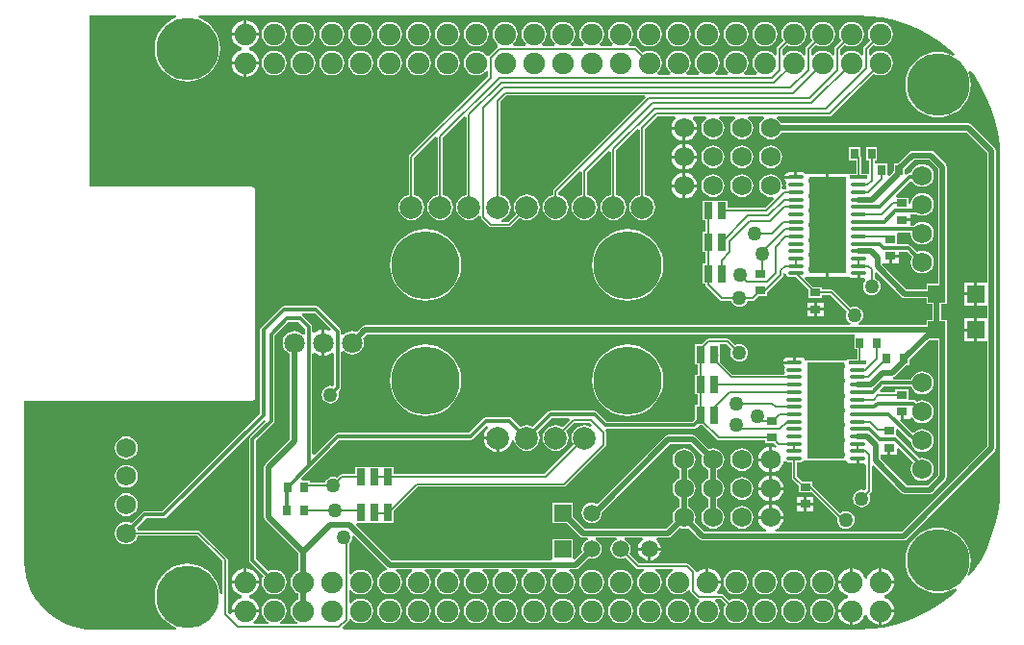
<source format=gbl>
G04 Layer_Physical_Order=2*
G04 Layer_Color=16711680*
%FSLAX25Y25*%
%MOIN*%
G70*
G01*
G75*
%ADD13R,0.06000X0.06000*%
%ADD15R,0.03543X0.02756*%
%ADD20R,0.02756X0.03543*%
%ADD25C,0.00787*%
%ADD26C,0.01968*%
%ADD28C,0.01378*%
%ADD30C,0.06890*%
%ADD31C,0.05905*%
%ADD32R,0.05905X0.05905*%
%ADD33C,0.07087*%
%ADD34C,0.07480*%
%ADD35C,0.21654*%
%ADD36R,0.12992X0.33465*%
%ADD37C,0.07874*%
%ADD38C,0.23622*%
%ADD39C,0.02756*%
%ADD40C,0.05000*%
%ADD41R,0.02953X0.05905*%
%ADD42O,0.05905X0.01378*%
%ADD43R,0.05905X0.01378*%
G36*
X207087Y205198D02*
X206641Y204531D01*
X205686Y204926D01*
X205000Y205017D01*
Y200500D01*
Y195983D01*
X205686Y196074D01*
X206791Y196531D01*
X207500Y197075D01*
X208288Y196753D01*
Y186066D01*
X208132Y185867D01*
X207519Y185458D01*
X207000Y185526D01*
X206217Y185423D01*
X205487Y185120D01*
X204860Y184640D01*
X204380Y184013D01*
X204077Y183283D01*
X203974Y182500D01*
X204077Y181717D01*
X204380Y180987D01*
X204860Y180360D01*
X205487Y179879D01*
X206217Y179577D01*
X207000Y179474D01*
X207783Y179577D01*
X208513Y179879D01*
X209140Y180360D01*
X209620Y180987D01*
X209923Y181717D01*
X210026Y182500D01*
X209923Y183283D01*
X209798Y183584D01*
X210357Y184143D01*
X210620Y184536D01*
X210712Y185000D01*
Y197501D01*
X211500Y197768D01*
X211616Y197616D01*
X212461Y196968D01*
X213444Y196561D01*
X214500Y196422D01*
X215556Y196561D01*
X216539Y196968D01*
X217384Y197616D01*
X218032Y198461D01*
X218439Y199444D01*
X218578Y200500D01*
X218439Y201555D01*
X218221Y202081D01*
X219627Y203487D01*
X388447D01*
X388508Y202724D01*
X388508Y202699D01*
Y198181D01*
X389475D01*
Y194823D01*
X386122D01*
Y194822D01*
X385646Y194232D01*
X385335Y194232D01*
X383857D01*
X383775Y194249D01*
X383693Y194232D01*
X378757D01*
X378675Y194249D01*
X378593Y194232D01*
X373657D01*
X373575Y194249D01*
X373493Y194232D01*
X371654D01*
X371215Y194838D01*
X371206Y194852D01*
X370647Y195225D01*
X369988Y195356D01*
X368224D01*
Y193634D01*
X367724D01*
Y193134D01*
X363838D01*
X363870Y192975D01*
X364243Y192416D01*
X364259Y192405D01*
X364603Y191932D01*
X364341Y191539D01*
X364248Y191075D01*
X364341Y190611D01*
X364603Y190218D01*
X364605Y190203D01*
X364370Y189427D01*
X346232D01*
X341976Y193682D01*
Y196452D01*
X341986Y196500D01*
X341976Y196548D01*
Y199953D01*
X342707Y200089D01*
X344230D01*
X345933Y198385D01*
X345684Y197783D01*
X345581Y197000D01*
X345684Y196217D01*
X345986Y195487D01*
X346467Y194860D01*
X347094Y194379D01*
X347824Y194077D01*
X348607Y193974D01*
X349390Y194077D01*
X350120Y194379D01*
X350746Y194860D01*
X351227Y195487D01*
X351530Y196217D01*
X351633Y197000D01*
X351530Y197783D01*
X351227Y198513D01*
X350746Y199140D01*
X350120Y199620D01*
X349390Y199923D01*
X348607Y200026D01*
X347824Y199923D01*
X347222Y199673D01*
X345251Y201644D01*
X344956Y201842D01*
X344607Y201911D01*
X338000D01*
X337651Y201842D01*
X337356Y201644D01*
X335664Y199953D01*
X333299D01*
Y193047D01*
X334364D01*
Y189453D01*
X333299D01*
Y182547D01*
X334364D01*
Y178953D01*
X333299D01*
Y174014D01*
X332432Y173146D01*
X302730D01*
X299298Y176578D01*
X298905Y176840D01*
X298441Y176933D01*
X283221D01*
X283220Y176933D01*
X282756Y176840D01*
X282363Y176578D01*
X277184Y171398D01*
X276158Y171823D01*
X275000Y171975D01*
X273842Y171823D01*
X272816Y171398D01*
X269857Y174357D01*
X269464Y174620D01*
X269000Y174712D01*
X261000D01*
X260536Y174620D01*
X260143Y174357D01*
X260143Y174357D01*
X254998Y169212D01*
X209594D01*
X209594Y169212D01*
X209131Y169120D01*
X208737Y168857D01*
X201440Y161560D01*
X200712Y161861D01*
Y196753D01*
X201500Y197075D01*
X202209Y196531D01*
X203314Y196074D01*
X204000Y195983D01*
Y200500D01*
Y205017D01*
X203314Y204926D01*
X202209Y204469D01*
X201500Y203924D01*
X200712Y204247D01*
Y206000D01*
X200620Y206464D01*
X200357Y206857D01*
X197357Y209857D01*
X197143Y210000D01*
X197336Y210788D01*
X201498D01*
X207087Y205198D01*
D02*
G37*
G36*
X393942Y313810D02*
X398211Y313248D01*
X402415Y312316D01*
X406522Y311022D01*
X410500Y309374D01*
X414319Y307385D01*
X417951Y305072D01*
X421367Y302451D01*
X423385Y300602D01*
X422909Y299970D01*
X422658Y300123D01*
X421011Y300806D01*
X419277Y301222D01*
X417500Y301362D01*
X415723Y301222D01*
X413989Y300806D01*
X412342Y300123D01*
X410822Y299192D01*
X409466Y298034D01*
X408308Y296678D01*
X407377Y295158D01*
X406694Y293511D01*
X406278Y291777D01*
X406138Y290000D01*
X406278Y288223D01*
X406694Y286489D01*
X407377Y284842D01*
X408308Y283322D01*
X409466Y281966D01*
X410822Y280808D01*
X412342Y279877D01*
X413989Y279194D01*
X415723Y278778D01*
X417500Y278638D01*
X419277Y278778D01*
X421011Y279194D01*
X422658Y279877D01*
X424178Y280808D01*
X425534Y281966D01*
X426692Y283322D01*
X427623Y284842D01*
X428306Y286489D01*
X428722Y288223D01*
X428862Y290000D01*
X428722Y291777D01*
X428306Y293511D01*
X427902Y294485D01*
X428590Y294882D01*
X430072Y292951D01*
X432385Y289319D01*
X434374Y285500D01*
X436022Y281522D01*
X437316Y277415D01*
X438248Y273211D01*
X438810Y268942D01*
X438982Y265009D01*
X438980Y265000D01*
Y150000D01*
X438994Y149933D01*
X438810Y145730D01*
X438252Y141492D01*
X437327Y137319D01*
X436042Y133242D01*
X434406Y129293D01*
X432432Y125502D01*
X430136Y121897D01*
X428378Y119606D01*
X427690Y120003D01*
X428306Y121489D01*
X428722Y123223D01*
X428862Y125000D01*
X428722Y126777D01*
X428306Y128511D01*
X427623Y130158D01*
X426692Y131678D01*
X425534Y133034D01*
X424178Y134192D01*
X422658Y135123D01*
X421011Y135806D01*
X419277Y136222D01*
X417500Y136362D01*
X415723Y136222D01*
X413989Y135806D01*
X412342Y135123D01*
X410822Y134192D01*
X409466Y133034D01*
X408308Y131678D01*
X407377Y130158D01*
X406694Y128511D01*
X406278Y126777D01*
X406138Y125000D01*
X406278Y123223D01*
X406694Y121489D01*
X407377Y119842D01*
X408308Y118322D01*
X409466Y116966D01*
X410822Y115808D01*
X412342Y114877D01*
X413989Y114194D01*
X415723Y113778D01*
X417500Y113638D01*
X419277Y113778D01*
X421011Y114194D01*
X422658Y114877D01*
X423567Y115434D01*
X424043Y114802D01*
X421494Y112466D01*
X418103Y109864D01*
X414498Y107568D01*
X410707Y105594D01*
X406758Y103958D01*
X402681Y102673D01*
X398508Y101748D01*
X394270Y101190D01*
X390067Y101006D01*
X390000Y101020D01*
X211422D01*
X211096Y101807D01*
X213144Y103856D01*
X213342Y104151D01*
X213411Y104500D01*
Y104570D01*
X214199Y104837D01*
X214476Y104476D01*
X215362Y103796D01*
X216393Y103369D01*
X217500Y103223D01*
X218607Y103369D01*
X219638Y103796D01*
X220524Y104476D01*
X221204Y105362D01*
X221631Y106393D01*
X221777Y107500D01*
X221631Y108607D01*
X221204Y109638D01*
X220524Y110524D01*
X219638Y111204D01*
X218607Y111631D01*
X217500Y111777D01*
X216393Y111631D01*
X215362Y111204D01*
X214476Y110524D01*
X214199Y110163D01*
X213411Y110430D01*
Y114570D01*
X214199Y114837D01*
X214476Y114476D01*
X215362Y113796D01*
X216393Y113369D01*
X217500Y113223D01*
X218607Y113369D01*
X219638Y113796D01*
X220524Y114476D01*
X221204Y115362D01*
X221631Y116393D01*
X221777Y117500D01*
X221631Y118607D01*
X221204Y119638D01*
X220524Y120524D01*
X219638Y121204D01*
X218607Y121631D01*
X217500Y121777D01*
X216393Y121631D01*
X215362Y121204D01*
X214476Y120524D01*
X214199Y120163D01*
X213411Y120430D01*
Y130685D01*
X213640Y130860D01*
X214121Y131487D01*
X214423Y132217D01*
X214526Y133000D01*
X214493Y133254D01*
X215238Y133622D01*
X226430Y122430D01*
X226409Y121974D01*
X226279Y121584D01*
X225362Y121204D01*
X224476Y120524D01*
X223796Y119638D01*
X223369Y118607D01*
X223223Y117500D01*
X223369Y116393D01*
X223796Y115362D01*
X224476Y114476D01*
X225362Y113796D01*
X226393Y113369D01*
X227500Y113223D01*
X228607Y113369D01*
X229638Y113796D01*
X230524Y114476D01*
X231204Y115362D01*
X231631Y116393D01*
X231777Y117500D01*
X231631Y118607D01*
X231204Y119638D01*
X230524Y120524D01*
X229638Y121204D01*
X229806Y121987D01*
X235194D01*
X235362Y121204D01*
X234476Y120524D01*
X233796Y119638D01*
X233369Y118607D01*
X233223Y117500D01*
X233369Y116393D01*
X233796Y115362D01*
X234476Y114476D01*
X235362Y113796D01*
X236393Y113369D01*
X237500Y113223D01*
X238607Y113369D01*
X239638Y113796D01*
X240524Y114476D01*
X241204Y115362D01*
X241631Y116393D01*
X241777Y117500D01*
X241631Y118607D01*
X241204Y119638D01*
X240524Y120524D01*
X239638Y121204D01*
X239806Y121987D01*
X245194D01*
X245362Y121204D01*
X244476Y120524D01*
X243796Y119638D01*
X243369Y118607D01*
X243223Y117500D01*
X243369Y116393D01*
X243796Y115362D01*
X244476Y114476D01*
X245362Y113796D01*
X246393Y113369D01*
X247500Y113223D01*
X248607Y113369D01*
X249638Y113796D01*
X250524Y114476D01*
X251204Y115362D01*
X251631Y116393D01*
X251777Y117500D01*
X251631Y118607D01*
X251204Y119638D01*
X250524Y120524D01*
X249638Y121204D01*
X249806Y121987D01*
X255194D01*
X255362Y121204D01*
X254476Y120524D01*
X253796Y119638D01*
X253369Y118607D01*
X253223Y117500D01*
X253369Y116393D01*
X253796Y115362D01*
X254476Y114476D01*
X255362Y113796D01*
X256393Y113369D01*
X257500Y113223D01*
X258607Y113369D01*
X259638Y113796D01*
X260524Y114476D01*
X261204Y115362D01*
X261631Y116393D01*
X261777Y117500D01*
X261631Y118607D01*
X261204Y119638D01*
X260524Y120524D01*
X259638Y121204D01*
X259806Y121987D01*
X265194D01*
X265362Y121204D01*
X264476Y120524D01*
X263796Y119638D01*
X263369Y118607D01*
X263223Y117500D01*
X263369Y116393D01*
X263796Y115362D01*
X264476Y114476D01*
X265362Y113796D01*
X266393Y113369D01*
X267500Y113223D01*
X268607Y113369D01*
X269638Y113796D01*
X270524Y114476D01*
X271204Y115362D01*
X271631Y116393D01*
X271777Y117500D01*
X271631Y118607D01*
X271204Y119638D01*
X270524Y120524D01*
X269638Y121204D01*
X269806Y121987D01*
X275194D01*
X275362Y121204D01*
X274476Y120524D01*
X273796Y119638D01*
X273369Y118607D01*
X273223Y117500D01*
X273369Y116393D01*
X273796Y115362D01*
X274476Y114476D01*
X275362Y113796D01*
X276393Y113369D01*
X277500Y113223D01*
X278607Y113369D01*
X279638Y113796D01*
X280524Y114476D01*
X281204Y115362D01*
X281631Y116393D01*
X281777Y117500D01*
X281631Y118607D01*
X281204Y119638D01*
X280524Y120524D01*
X279638Y121204D01*
X279806Y121987D01*
X285194D01*
X285362Y121204D01*
X284476Y120524D01*
X283796Y119638D01*
X283369Y118607D01*
X283223Y117500D01*
X283369Y116393D01*
X283796Y115362D01*
X284476Y114476D01*
X285362Y113796D01*
X286393Y113369D01*
X287500Y113223D01*
X288607Y113369D01*
X289638Y113796D01*
X290524Y114476D01*
X291204Y115362D01*
X291631Y116393D01*
X291777Y117500D01*
X291631Y118607D01*
X291204Y119638D01*
X290524Y120524D01*
X289638Y121204D01*
X289806Y121987D01*
X292000D01*
X292000Y121987D01*
X292579Y122102D01*
X293070Y122430D01*
X296371Y125731D01*
X296599Y125636D01*
X297500Y125517D01*
X298401Y125636D01*
X299241Y125984D01*
X299962Y126538D01*
X300516Y127259D01*
X300864Y128099D01*
X300982Y129000D01*
X300864Y129901D01*
X300516Y130741D01*
X299962Y131463D01*
X299241Y132016D01*
X298799Y132199D01*
X298955Y132987D01*
X306045D01*
X306201Y132199D01*
X305759Y132016D01*
X305037Y131463D01*
X304484Y130741D01*
X304136Y129901D01*
X304017Y129000D01*
X304136Y128099D01*
X304484Y127259D01*
X305037Y126538D01*
X305759Y125984D01*
X306599Y125636D01*
X307500Y125517D01*
X308401Y125636D01*
X309231Y125980D01*
X312856Y122356D01*
X313151Y122158D01*
X313500Y122089D01*
X315441D01*
X315597Y121301D01*
X315362Y121204D01*
X314476Y120524D01*
X313796Y119638D01*
X313369Y118607D01*
X313223Y117500D01*
X313369Y116393D01*
X313796Y115362D01*
X314476Y114476D01*
X315362Y113796D01*
X316393Y113369D01*
X317500Y113223D01*
X318607Y113369D01*
X319638Y113796D01*
X320524Y114476D01*
X321204Y115362D01*
X321631Y116393D01*
X321777Y117500D01*
X321631Y118607D01*
X321204Y119638D01*
X320524Y120524D01*
X319638Y121204D01*
X319403Y121301D01*
X319559Y122089D01*
X325441D01*
X325597Y121301D01*
X325362Y121204D01*
X324476Y120524D01*
X323796Y119638D01*
X323369Y118607D01*
X323223Y117500D01*
X323369Y116393D01*
X323796Y115362D01*
X324476Y114476D01*
X325362Y113796D01*
X326393Y113369D01*
X327500Y113223D01*
X328607Y113369D01*
X329638Y113796D01*
X330524Y114476D01*
X330801Y114837D01*
X331589Y114570D01*
Y114500D01*
X331658Y114151D01*
X331856Y113856D01*
X333856Y111856D01*
X334151Y111658D01*
X334500Y111589D01*
X334570D01*
X334837Y110801D01*
X334476Y110524D01*
X333796Y109638D01*
X333369Y108607D01*
X333223Y107500D01*
X333369Y106393D01*
X333796Y105362D01*
X334476Y104476D01*
X335362Y103796D01*
X336393Y103369D01*
X337500Y103223D01*
X338607Y103369D01*
X339638Y103796D01*
X340524Y104476D01*
X341204Y105362D01*
X341631Y106393D01*
X341777Y107500D01*
X341631Y108607D01*
X341204Y109638D01*
X340524Y110524D01*
X340163Y110801D01*
X340430Y111589D01*
X342123D01*
X343916Y109795D01*
X343796Y109638D01*
X343369Y108607D01*
X343223Y107500D01*
X343369Y106393D01*
X343796Y105362D01*
X344476Y104476D01*
X345362Y103796D01*
X346393Y103369D01*
X347500Y103223D01*
X348607Y103369D01*
X349638Y103796D01*
X350524Y104476D01*
X351204Y105362D01*
X351631Y106393D01*
X351777Y107500D01*
X351631Y108607D01*
X351204Y109638D01*
X350524Y110524D01*
X349638Y111204D01*
X348607Y111631D01*
X347500Y111777D01*
X346393Y111631D01*
X345362Y111204D01*
X345205Y111084D01*
X343144Y113144D01*
X342849Y113342D01*
X342500Y113411D01*
X341121D01*
X341089Y113505D01*
X340942Y114199D01*
X341640Y115110D01*
X342118Y116263D01*
X342215Y117000D01*
X337500D01*
Y117500D01*
X337000D01*
Y122215D01*
X336263Y122118D01*
X335109Y121641D01*
X334199Y120942D01*
X333930Y120961D01*
X333371Y121200D01*
X333342Y121349D01*
X333144Y121644D01*
X331144Y123644D01*
X330849Y123842D01*
X330500Y123911D01*
X313877D01*
X310520Y127269D01*
X310864Y128099D01*
X310982Y129000D01*
X310864Y129901D01*
X310516Y130741D01*
X309963Y131463D01*
X309241Y132016D01*
X308799Y132199D01*
X308955Y132987D01*
X314909D01*
X315176Y132199D01*
X314681Y131819D01*
X314047Y130993D01*
X313649Y130032D01*
X313579Y129500D01*
X321421D01*
X321351Y130032D01*
X320953Y130993D01*
X320319Y131819D01*
X319824Y132199D01*
X320091Y132987D01*
X324000D01*
X324000Y132987D01*
X324579Y133102D01*
X325070Y133430D01*
X327994Y136354D01*
X328470Y136157D01*
X329500Y136021D01*
X330530Y136157D01*
X331006Y136354D01*
X334930Y132430D01*
X334930Y132430D01*
X335421Y132102D01*
X336000Y131987D01*
X336000Y131987D01*
X405500D01*
X405500Y131987D01*
X406079Y132102D01*
X406570Y132430D01*
X437070Y162930D01*
X437070Y162930D01*
X437398Y163421D01*
X437513Y164000D01*
Y267000D01*
X437513Y267000D01*
X437398Y267579D01*
X437070Y268070D01*
X437070Y268070D01*
X429070Y276070D01*
X428579Y276398D01*
X428000Y276513D01*
X428000Y276513D01*
X363143D01*
X362946Y276990D01*
X362314Y277814D01*
X361693Y278290D01*
X361945Y279077D01*
X379988D01*
X380337Y279146D01*
X380632Y279344D01*
X395205Y293916D01*
X395362Y293796D01*
X396393Y293369D01*
X397500Y293223D01*
X398607Y293369D01*
X399638Y293796D01*
X400524Y294476D01*
X401204Y295362D01*
X401631Y296393D01*
X401777Y297500D01*
X401631Y298607D01*
X401204Y299638D01*
X400524Y300524D01*
X399638Y301204D01*
X398607Y301631D01*
X397500Y301777D01*
X396393Y301631D01*
X395362Y301204D01*
X394476Y300524D01*
X394199Y300163D01*
X393411Y300430D01*
Y302123D01*
X395205Y303916D01*
X395362Y303796D01*
X396393Y303369D01*
X397500Y303223D01*
X398607Y303369D01*
X399638Y303796D01*
X400524Y304476D01*
X401204Y305362D01*
X401631Y306393D01*
X401777Y307500D01*
X401631Y308607D01*
X401204Y309638D01*
X400524Y310524D01*
X399638Y311204D01*
X398607Y311631D01*
X397500Y311777D01*
X396393Y311631D01*
X395362Y311204D01*
X394476Y310524D01*
X393796Y309638D01*
X393369Y308607D01*
X393223Y307500D01*
X393369Y306393D01*
X393796Y305362D01*
X393916Y305205D01*
X391856Y303144D01*
X391658Y302849D01*
X391589Y302500D01*
Y300430D01*
X390801Y300163D01*
X390524Y300524D01*
X389638Y301204D01*
X388607Y301631D01*
X387500Y301777D01*
X386393Y301631D01*
X385362Y301204D01*
X384476Y300524D01*
X384199Y300163D01*
X383411Y300430D01*
Y302123D01*
X385205Y303916D01*
X385362Y303796D01*
X386393Y303369D01*
X387500Y303223D01*
X388607Y303369D01*
X389638Y303796D01*
X390524Y304476D01*
X391204Y305362D01*
X391631Y306393D01*
X391777Y307500D01*
X391631Y308607D01*
X391204Y309638D01*
X390524Y310524D01*
X389638Y311204D01*
X388607Y311631D01*
X387500Y311777D01*
X386393Y311631D01*
X385362Y311204D01*
X384476Y310524D01*
X383796Y309638D01*
X383369Y308607D01*
X383223Y307500D01*
X383369Y306393D01*
X383796Y305362D01*
X383916Y305205D01*
X381856Y303144D01*
X381658Y302849D01*
X381589Y302500D01*
Y300430D01*
X380801Y300163D01*
X380524Y300524D01*
X379638Y301204D01*
X378607Y301631D01*
X377500Y301777D01*
X376393Y301631D01*
X375362Y301204D01*
X374476Y300524D01*
X374199Y300163D01*
X373411Y300430D01*
Y302123D01*
X375205Y303916D01*
X375362Y303796D01*
X376393Y303369D01*
X377500Y303223D01*
X378607Y303369D01*
X379638Y303796D01*
X380524Y304476D01*
X381204Y305362D01*
X381631Y306393D01*
X381777Y307500D01*
X381631Y308607D01*
X381204Y309638D01*
X380524Y310524D01*
X379638Y311204D01*
X378607Y311631D01*
X377500Y311777D01*
X376393Y311631D01*
X375362Y311204D01*
X374476Y310524D01*
X373796Y309638D01*
X373369Y308607D01*
X373223Y307500D01*
X373369Y306393D01*
X373796Y305362D01*
X373916Y305205D01*
X371856Y303144D01*
X371658Y302849D01*
X371589Y302500D01*
Y300430D01*
X370801Y300163D01*
X370524Y300524D01*
X369638Y301204D01*
X368607Y301631D01*
X367500Y301777D01*
X366393Y301631D01*
X365362Y301204D01*
X364476Y300524D01*
X364199Y300163D01*
X363411Y300430D01*
Y302123D01*
X365205Y303916D01*
X365362Y303796D01*
X366393Y303369D01*
X367500Y303223D01*
X368607Y303369D01*
X369638Y303796D01*
X370524Y304476D01*
X371204Y305362D01*
X371631Y306393D01*
X371777Y307500D01*
X371631Y308607D01*
X371204Y309638D01*
X370524Y310524D01*
X369638Y311204D01*
X368607Y311631D01*
X367500Y311777D01*
X366393Y311631D01*
X365362Y311204D01*
X364476Y310524D01*
X363796Y309638D01*
X363369Y308607D01*
X363223Y307500D01*
X363369Y306393D01*
X363796Y305362D01*
X363916Y305205D01*
X361856Y303144D01*
X361658Y302849D01*
X361589Y302500D01*
Y300430D01*
X360801Y300163D01*
X360524Y300524D01*
X359638Y301204D01*
X358607Y301631D01*
X357500Y301777D01*
X356393Y301631D01*
X355362Y301204D01*
X354476Y300524D01*
X353796Y299638D01*
X353369Y298607D01*
X353223Y297500D01*
X353369Y296393D01*
X353796Y295362D01*
X354476Y294476D01*
X354837Y294199D01*
X354570Y293411D01*
X350430D01*
X350163Y294199D01*
X350524Y294476D01*
X351204Y295362D01*
X351631Y296393D01*
X351777Y297500D01*
X351631Y298607D01*
X351204Y299638D01*
X350524Y300524D01*
X349638Y301204D01*
X348607Y301631D01*
X347500Y301777D01*
X346393Y301631D01*
X345362Y301204D01*
X344476Y300524D01*
X343796Y299638D01*
X343369Y298607D01*
X343223Y297500D01*
X343369Y296393D01*
X343796Y295362D01*
X344476Y294476D01*
X344837Y294199D01*
X344570Y293411D01*
X340430D01*
X340163Y294199D01*
X340524Y294476D01*
X341204Y295362D01*
X341631Y296393D01*
X341777Y297500D01*
X341631Y298607D01*
X341204Y299638D01*
X340524Y300524D01*
X339638Y301204D01*
X338607Y301631D01*
X337500Y301777D01*
X336393Y301631D01*
X335362Y301204D01*
X334476Y300524D01*
X333796Y299638D01*
X333369Y298607D01*
X333223Y297500D01*
X333369Y296393D01*
X333796Y295362D01*
X334476Y294476D01*
X334837Y294199D01*
X334570Y293411D01*
X330430D01*
X330163Y294199D01*
X330524Y294476D01*
X331204Y295362D01*
X331631Y296393D01*
X331777Y297500D01*
X331631Y298607D01*
X331204Y299638D01*
X330524Y300524D01*
X329638Y301204D01*
X328607Y301631D01*
X327500Y301777D01*
X326393Y301631D01*
X325362Y301204D01*
X324476Y300524D01*
X323796Y299638D01*
X323369Y298607D01*
X323223Y297500D01*
X323369Y296393D01*
X323796Y295362D01*
X324476Y294476D01*
X324837Y294199D01*
X324570Y293411D01*
X320430D01*
X320163Y294199D01*
X320524Y294476D01*
X321204Y295362D01*
X321631Y296393D01*
X321777Y297500D01*
X321631Y298607D01*
X321204Y299638D01*
X320524Y300524D01*
X319638Y301204D01*
X318607Y301631D01*
X317500Y301777D01*
X316393Y301631D01*
X315362Y301204D01*
X315205Y301084D01*
X313144Y303144D01*
X312849Y303342D01*
X312500Y303411D01*
X310430D01*
X310163Y304199D01*
X310524Y304476D01*
X311204Y305362D01*
X311631Y306393D01*
X311777Y307500D01*
X311631Y308607D01*
X311204Y309638D01*
X310524Y310524D01*
X309638Y311204D01*
X308607Y311631D01*
X307500Y311777D01*
X306393Y311631D01*
X305362Y311204D01*
X304476Y310524D01*
X303796Y309638D01*
X303369Y308607D01*
X303223Y307500D01*
X303369Y306393D01*
X303796Y305362D01*
X304476Y304476D01*
X304837Y304199D01*
X304570Y303411D01*
X300430D01*
X300163Y304199D01*
X300524Y304476D01*
X301204Y305362D01*
X301631Y306393D01*
X301777Y307500D01*
X301631Y308607D01*
X301204Y309638D01*
X300524Y310524D01*
X299638Y311204D01*
X298607Y311631D01*
X297500Y311777D01*
X296393Y311631D01*
X295362Y311204D01*
X294476Y310524D01*
X293796Y309638D01*
X293369Y308607D01*
X293223Y307500D01*
X293369Y306393D01*
X293796Y305362D01*
X294476Y304476D01*
X294837Y304199D01*
X294570Y303411D01*
X290430D01*
X290163Y304199D01*
X290524Y304476D01*
X291204Y305362D01*
X291631Y306393D01*
X291777Y307500D01*
X291631Y308607D01*
X291204Y309638D01*
X290524Y310524D01*
X289638Y311204D01*
X288607Y311631D01*
X287500Y311777D01*
X286393Y311631D01*
X285362Y311204D01*
X284476Y310524D01*
X283796Y309638D01*
X283369Y308607D01*
X283223Y307500D01*
X283369Y306393D01*
X283796Y305362D01*
X284476Y304476D01*
X284837Y304199D01*
X284570Y303411D01*
X280430D01*
X280163Y304199D01*
X280524Y304476D01*
X281204Y305362D01*
X281631Y306393D01*
X281777Y307500D01*
X281631Y308607D01*
X281204Y309638D01*
X280524Y310524D01*
X279638Y311204D01*
X278607Y311631D01*
X277500Y311777D01*
X276393Y311631D01*
X275362Y311204D01*
X274476Y310524D01*
X273796Y309638D01*
X273369Y308607D01*
X273223Y307500D01*
X273369Y306393D01*
X273796Y305362D01*
X274476Y304476D01*
X274837Y304199D01*
X274570Y303411D01*
X270430D01*
X270163Y304199D01*
X270524Y304476D01*
X271204Y305362D01*
X271631Y306393D01*
X271777Y307500D01*
X271631Y308607D01*
X271204Y309638D01*
X270524Y310524D01*
X269638Y311204D01*
X268607Y311631D01*
X267500Y311777D01*
X266393Y311631D01*
X265362Y311204D01*
X264476Y310524D01*
X263796Y309638D01*
X263369Y308607D01*
X263223Y307500D01*
X263369Y306393D01*
X263796Y305362D01*
X264476Y304476D01*
X264971Y304096D01*
X265005Y303951D01*
X264892Y303169D01*
X264856Y303144D01*
X261856Y300144D01*
X261831Y300108D01*
X261049Y299994D01*
X260904Y300029D01*
X260524Y300524D01*
X259638Y301204D01*
X258607Y301631D01*
X257500Y301777D01*
X256393Y301631D01*
X255362Y301204D01*
X254476Y300524D01*
X253796Y299638D01*
X253369Y298607D01*
X253223Y297500D01*
X253369Y296393D01*
X253796Y295362D01*
X254476Y294476D01*
X255362Y293796D01*
X256393Y293369D01*
X257500Y293223D01*
X258607Y293369D01*
X259638Y293796D01*
X260524Y294476D01*
X260801Y294837D01*
X261589Y294570D01*
Y292877D01*
X234356Y265644D01*
X234158Y265349D01*
X234089Y265000D01*
Y251855D01*
X233842Y251823D01*
X232762Y251376D01*
X231836Y250664D01*
X231124Y249738D01*
X230677Y248658D01*
X230525Y247500D01*
X230677Y246342D01*
X231124Y245262D01*
X231836Y244336D01*
X232762Y243624D01*
X233842Y243177D01*
X235000Y243025D01*
X236158Y243177D01*
X237238Y243624D01*
X238164Y244336D01*
X238876Y245262D01*
X239323Y246342D01*
X239475Y247500D01*
X239323Y248658D01*
X238876Y249738D01*
X238164Y250664D01*
X237238Y251376D01*
X236158Y251823D01*
X235911Y251855D01*
Y264623D01*
X243301Y272013D01*
X244089Y271687D01*
Y251855D01*
X243842Y251823D01*
X242762Y251376D01*
X241835Y250664D01*
X241124Y249738D01*
X240677Y248658D01*
X240525Y247500D01*
X240677Y246342D01*
X241124Y245262D01*
X241835Y244336D01*
X242762Y243624D01*
X243842Y243177D01*
X245000Y243025D01*
X246158Y243177D01*
X247238Y243624D01*
X248165Y244336D01*
X248876Y245262D01*
X249323Y246342D01*
X249475Y247500D01*
X249323Y248658D01*
X248876Y249738D01*
X248165Y250664D01*
X247238Y251376D01*
X246158Y251823D01*
X245911Y251855D01*
Y271678D01*
X253301Y279068D01*
X254089Y278742D01*
Y251855D01*
X253842Y251823D01*
X252762Y251376D01*
X251835Y250664D01*
X251124Y249738D01*
X250677Y248658D01*
X250525Y247500D01*
X250677Y246342D01*
X251124Y245262D01*
X251835Y244336D01*
X252762Y243624D01*
X253842Y243177D01*
X255000Y243025D01*
X256158Y243177D01*
X257238Y243624D01*
X258165Y244336D01*
X258301Y244514D01*
X259089Y244247D01*
Y244000D01*
X259158Y243651D01*
X259356Y243356D01*
X261856Y240856D01*
X262151Y240658D01*
X262500Y240589D01*
X269000D01*
X269349Y240658D01*
X269644Y240856D01*
X272565Y243776D01*
X272762Y243624D01*
X273842Y243177D01*
X275000Y243025D01*
X276158Y243177D01*
X277238Y243624D01*
X278165Y244336D01*
X278876Y245262D01*
X279323Y246342D01*
X279475Y247500D01*
X279323Y248658D01*
X278876Y249738D01*
X278165Y250664D01*
X277238Y251376D01*
X276158Y251823D01*
X275000Y251975D01*
X273842Y251823D01*
X272762Y251376D01*
X271835Y250664D01*
X271124Y249738D01*
X270677Y248658D01*
X270525Y247500D01*
X270677Y246342D01*
X271124Y245262D01*
X271276Y245065D01*
X268623Y242411D01*
X266286D01*
X266158Y243177D01*
X267238Y243624D01*
X268164Y244336D01*
X268876Y245262D01*
X269323Y246342D01*
X269475Y247500D01*
X269323Y248658D01*
X268876Y249738D01*
X268164Y250664D01*
X267238Y251376D01*
X266158Y251823D01*
X265911Y251855D01*
Y284095D01*
X268043Y286227D01*
X315872D01*
X316198Y285439D01*
X284356Y253597D01*
X284158Y253302D01*
X284089Y252953D01*
Y251855D01*
X283842Y251823D01*
X282762Y251376D01*
X281836Y250664D01*
X281124Y249738D01*
X280677Y248658D01*
X280525Y247500D01*
X280677Y246342D01*
X281124Y245262D01*
X281836Y244336D01*
X282762Y243624D01*
X283842Y243177D01*
X285000Y243025D01*
X286158Y243177D01*
X287238Y243624D01*
X288164Y244336D01*
X288876Y245262D01*
X289323Y246342D01*
X289475Y247500D01*
X289323Y248658D01*
X288876Y249738D01*
X288164Y250664D01*
X287238Y251376D01*
X286158Y251823D01*
X286035Y251839D01*
X285957Y252621D01*
X293301Y259965D01*
X294089Y259639D01*
Y251855D01*
X293842Y251823D01*
X292762Y251376D01*
X291835Y250664D01*
X291124Y249738D01*
X290677Y248658D01*
X290525Y247500D01*
X290677Y246342D01*
X291124Y245262D01*
X291835Y244336D01*
X292762Y243624D01*
X293842Y243177D01*
X295000Y243025D01*
X296158Y243177D01*
X297238Y243624D01*
X298165Y244336D01*
X298876Y245262D01*
X299323Y246342D01*
X299475Y247500D01*
X299323Y248658D01*
X298876Y249738D01*
X298165Y250664D01*
X297238Y251376D01*
X296158Y251823D01*
X295911Y251855D01*
Y259678D01*
X303301Y267068D01*
X304089Y266742D01*
Y251855D01*
X303842Y251823D01*
X302762Y251376D01*
X301835Y250664D01*
X301124Y249738D01*
X300677Y248658D01*
X300525Y247500D01*
X300677Y246342D01*
X301124Y245262D01*
X301835Y244336D01*
X302762Y243624D01*
X303842Y243177D01*
X305000Y243025D01*
X306158Y243177D01*
X307238Y243624D01*
X308165Y244336D01*
X308876Y245262D01*
X309323Y246342D01*
X309475Y247500D01*
X309323Y248658D01*
X308876Y249738D01*
X308165Y250664D01*
X307238Y251376D01*
X306158Y251823D01*
X305911Y251855D01*
Y267150D01*
X313301Y274540D01*
X314089Y274214D01*
Y251855D01*
X313842Y251823D01*
X312762Y251376D01*
X311836Y250664D01*
X311124Y249738D01*
X310677Y248658D01*
X310525Y247500D01*
X310677Y246342D01*
X311124Y245262D01*
X311836Y244336D01*
X312762Y243624D01*
X313842Y243177D01*
X315000Y243025D01*
X316158Y243177D01*
X317238Y243624D01*
X318164Y244336D01*
X318876Y245262D01*
X319323Y246342D01*
X319475Y247500D01*
X319323Y248658D01*
X318876Y249738D01*
X318164Y250664D01*
X317238Y251376D01*
X316158Y251823D01*
X315911Y251855D01*
Y274623D01*
X320366Y279077D01*
X326218D01*
X326486Y278290D01*
X326330Y278170D01*
X325617Y277242D01*
X325169Y276160D01*
X325083Y275500D01*
X329500D01*
X333917D01*
X333830Y276160D01*
X333383Y277242D01*
X332670Y278170D01*
X332514Y278290D01*
X332782Y279077D01*
X337055D01*
X337307Y278290D01*
X336686Y277814D01*
X336054Y276990D01*
X335657Y276030D01*
X335521Y275000D01*
X335657Y273970D01*
X336054Y273010D01*
X336686Y272186D01*
X337510Y271554D01*
X338470Y271157D01*
X339500Y271021D01*
X340530Y271157D01*
X341490Y271554D01*
X342314Y272186D01*
X342946Y273010D01*
X343343Y273970D01*
X343479Y275000D01*
X343343Y276030D01*
X342946Y276990D01*
X342314Y277814D01*
X341693Y278290D01*
X341945Y279077D01*
X347055D01*
X347307Y278290D01*
X346687Y277814D01*
X346054Y276990D01*
X345657Y276030D01*
X345521Y275000D01*
X345657Y273970D01*
X346054Y273010D01*
X346687Y272186D01*
X347511Y271554D01*
X348470Y271157D01*
X349500Y271021D01*
X350530Y271157D01*
X351489Y271554D01*
X352313Y272186D01*
X352946Y273010D01*
X353343Y273970D01*
X353479Y275000D01*
X353343Y276030D01*
X352946Y276990D01*
X352313Y277814D01*
X351693Y278290D01*
X351945Y279077D01*
X357055D01*
X357307Y278290D01*
X356686Y277814D01*
X356054Y276990D01*
X355657Y276030D01*
X355521Y275000D01*
X355657Y273970D01*
X356054Y273010D01*
X356686Y272186D01*
X357510Y271554D01*
X358470Y271157D01*
X359500Y271021D01*
X360530Y271157D01*
X361490Y271554D01*
X362314Y272186D01*
X362946Y273010D01*
X363143Y273487D01*
X427373D01*
X434487Y266373D01*
Y221500D01*
X431000D01*
Y217500D01*
Y213500D01*
X434487D01*
Y209000D01*
X431000D01*
Y205000D01*
Y201000D01*
X434487D01*
Y164627D01*
X404873Y135013D01*
X361134D01*
X360977Y135801D01*
X361742Y136117D01*
X362670Y136830D01*
X363383Y137758D01*
X363830Y138840D01*
X363917Y139500D01*
X355083D01*
X355170Y138840D01*
X355617Y137758D01*
X356330Y136830D01*
X357258Y136117D01*
X358023Y135801D01*
X357866Y135013D01*
X336627D01*
X333146Y138494D01*
X333343Y138970D01*
X333479Y140000D01*
X333343Y141030D01*
X332946Y141990D01*
X332313Y142814D01*
X331489Y143446D01*
X331013Y143643D01*
Y146357D01*
X331489Y146554D01*
X332313Y147187D01*
X332946Y148011D01*
X333343Y148970D01*
X333479Y150000D01*
X333343Y151030D01*
X332946Y151989D01*
X332313Y152813D01*
X331489Y153446D01*
X331013Y153643D01*
Y156357D01*
X331489Y156554D01*
X332313Y157186D01*
X332946Y158010D01*
X333343Y158970D01*
X333479Y160000D01*
X333343Y161030D01*
X332946Y161989D01*
X332313Y162813D01*
X331489Y163446D01*
X330530Y163843D01*
X329500Y163979D01*
X328470Y163843D01*
X327510Y163446D01*
X326687Y162813D01*
X326054Y161989D01*
X325657Y161030D01*
X325521Y160000D01*
X325657Y158970D01*
X326054Y158010D01*
X326687Y157186D01*
X327510Y156554D01*
X327987Y156357D01*
Y153643D01*
X327510Y153446D01*
X326687Y152813D01*
X326054Y151989D01*
X325657Y151030D01*
X325521Y150000D01*
X325657Y148970D01*
X326054Y148011D01*
X326687Y147187D01*
X327510Y146554D01*
X327987Y146357D01*
Y143643D01*
X327510Y143446D01*
X326687Y142814D01*
X326054Y141990D01*
X325657Y141030D01*
X325521Y140000D01*
X325657Y138970D01*
X325854Y138494D01*
X323373Y136013D01*
X295127D01*
X290953Y140187D01*
Y144953D01*
X284047D01*
Y138047D01*
X288813D01*
X293430Y133430D01*
X293430Y133430D01*
X293921Y133102D01*
X294500Y132987D01*
X296045D01*
X296201Y132199D01*
X295759Y132016D01*
X295038Y131463D01*
X294484Y130741D01*
X294136Y129901D01*
X294018Y129000D01*
X294136Y128099D01*
X294231Y127871D01*
X291622Y125262D01*
X290953Y125707D01*
X290953Y125801D01*
Y132453D01*
X284047D01*
Y125801D01*
X284047Y125547D01*
X283481Y125013D01*
X228127D01*
X215810Y137330D01*
X216137Y138117D01*
X219512D01*
X219528Y138117D01*
X220299D01*
X220315Y138117D01*
X224252D01*
Y138117D01*
X225024D01*
Y138117D01*
X228976D01*
Y142251D01*
X237314Y150589D01*
X288000D01*
X288349Y150658D01*
X288644Y150856D01*
X302144Y164356D01*
X302342Y164651D01*
X302411Y165000D01*
Y169500D01*
X302342Y169849D01*
X302285Y169934D01*
X302525Y170554D01*
X302681Y170722D01*
X332934D01*
X333398Y170814D01*
X333791Y171077D01*
X334762Y172047D01*
X335664D01*
X340808Y166903D01*
X341104Y166705D01*
X341453Y166636D01*
X357728D01*
Y165717D01*
X360692D01*
X361568Y164840D01*
X361699Y164752D01*
X361326Y164055D01*
X360660Y164330D01*
X360000Y164417D01*
Y160000D01*
Y155583D01*
X360660Y155669D01*
X361742Y156117D01*
X362670Y156830D01*
X363383Y157758D01*
X363830Y158840D01*
X363875Y159181D01*
X364239Y159345D01*
X364704Y159442D01*
X364997Y159246D01*
X365461Y159154D01*
X366813D01*
Y153728D01*
X366883Y153380D01*
X367080Y153084D01*
X369228Y150936D01*
Y148575D01*
X373772D01*
X373772Y148575D01*
Y148575D01*
X374356Y148136D01*
X382595Y139896D01*
X382577Y139852D01*
X382474Y139069D01*
X382577Y138286D01*
X382879Y137556D01*
X383360Y136929D01*
X383987Y136449D01*
X384717Y136146D01*
X385500Y136043D01*
X386283Y136146D01*
X387013Y136449D01*
X387640Y136929D01*
X388121Y137556D01*
X388423Y138286D01*
X388526Y139069D01*
X388423Y139852D01*
X388121Y140582D01*
X387640Y141209D01*
X387013Y141690D01*
X386283Y141992D01*
X385500Y142095D01*
X384717Y141992D01*
X383987Y141690D01*
X383643Y141426D01*
X373987Y151081D01*
X373772Y151225D01*
Y152331D01*
X370411D01*
X368636Y154106D01*
Y159154D01*
X369988D01*
X370452Y159246D01*
X370845Y159509D01*
X370924Y159627D01*
X371654Y159768D01*
X371884Y159768D01*
X373330D01*
X373575Y159719D01*
X373819Y159768D01*
X378431D01*
X378675Y159719D01*
X378919Y159768D01*
X383530D01*
X383775Y159719D01*
X384019Y159768D01*
X385646D01*
X386084Y159162D01*
X386093Y159148D01*
X386652Y158775D01*
X387311Y158644D01*
X389075D01*
Y160366D01*
X390075D01*
Y158644D01*
X391839D01*
X392589Y157990D01*
Y149941D01*
X391801Y149415D01*
X391783Y149423D01*
X391000Y149526D01*
X390217Y149423D01*
X389487Y149120D01*
X388860Y148640D01*
X388380Y148013D01*
X388077Y147283D01*
X387974Y146500D01*
X388077Y145717D01*
X388380Y144987D01*
X388860Y144360D01*
X389487Y143879D01*
X390217Y143577D01*
X391000Y143474D01*
X391783Y143577D01*
X392513Y143879D01*
X393140Y144360D01*
X393620Y144987D01*
X393923Y145717D01*
X394026Y146500D01*
X393923Y147283D01*
X393673Y147885D01*
X394144Y148356D01*
X394342Y148651D01*
X394411Y149000D01*
Y157835D01*
X395199Y158161D01*
X404930Y148430D01*
X404930Y148430D01*
X405421Y148102D01*
X406000Y147987D01*
X406000Y147987D01*
X414500D01*
X414500Y147987D01*
X415079Y148102D01*
X415570Y148430D01*
X420070Y152930D01*
X420398Y153421D01*
X420513Y154000D01*
X420513Y154000D01*
Y202500D01*
X420513Y202500D01*
X420500Y202567D01*
Y208500D01*
X418513D01*
Y214000D01*
X420500D01*
Y219433D01*
X420513Y219500D01*
X420513Y219500D01*
Y261500D01*
X420398Y262079D01*
X420070Y262570D01*
X420070Y262570D01*
X416070Y266570D01*
X415579Y266898D01*
X415000Y267013D01*
X415000Y267013D01*
X408500D01*
X408500Y267013D01*
X407921Y266898D01*
X407430Y266570D01*
X407430Y266570D01*
X403486Y262626D01*
X402075D01*
Y260443D01*
X401987Y260000D01*
Y259627D01*
X400713Y258353D01*
X399925Y258679D01*
Y262626D01*
X396169D01*
Y262626D01*
X395411Y262697D01*
Y263728D01*
X396378D01*
Y268272D01*
X392622D01*
Y263728D01*
X393589D01*
Y259774D01*
X393453Y259043D01*
X390911D01*
Y264595D01*
X390842Y264943D01*
X390644Y265239D01*
X390472Y265411D01*
Y268272D01*
X386717D01*
Y263728D01*
X389089D01*
Y259043D01*
X386547D01*
Y258953D01*
X379575D01*
Y241220D01*
Y223488D01*
X386439D01*
X386519Y223369D01*
X387077Y222996D01*
X387736Y222865D01*
X389500D01*
Y224587D01*
X390500D01*
Y222865D01*
X392012D01*
X392297Y222270D01*
X392335Y222107D01*
X391880Y221513D01*
X391577Y220783D01*
X391474Y220000D01*
X391577Y219217D01*
X391880Y218487D01*
X392360Y217860D01*
X392987Y217379D01*
X393717Y217077D01*
X394500Y216974D01*
X395283Y217077D01*
X396013Y217379D01*
X396640Y217860D01*
X397120Y218487D01*
X397423Y219217D01*
X397526Y220000D01*
X397423Y220783D01*
X397120Y221513D01*
X396640Y222140D01*
X396013Y222621D01*
X395411Y222870D01*
Y224709D01*
X396199Y225035D01*
X404804Y216430D01*
X404804Y216430D01*
X405295Y216102D01*
X405874Y215987D01*
X405874Y215987D01*
X413500D01*
Y214000D01*
X415487D01*
Y208500D01*
X413500D01*
Y206513D01*
X389979D01*
X389823Y207301D01*
X390013Y207380D01*
X390640Y207860D01*
X391121Y208487D01*
X391423Y209217D01*
X391526Y210000D01*
X391423Y210783D01*
X391121Y211513D01*
X390640Y212140D01*
X390013Y212620D01*
X389283Y212923D01*
X388500Y213026D01*
X387717Y212923D01*
X387115Y212673D01*
X381192Y218597D01*
X380896Y218795D01*
X380547Y218864D01*
X377272D01*
Y219831D01*
X374194D01*
X371230Y222795D01*
X371238Y222994D01*
X371650Y223488D01*
X378575D01*
Y241220D01*
Y258953D01*
X371711D01*
X371631Y259072D01*
X371072Y259445D01*
X370413Y259576D01*
X368650D01*
Y257854D01*
X368150D01*
Y257354D01*
X364263D01*
X364295Y257195D01*
X364668Y256637D01*
X364685Y256626D01*
X365029Y256153D01*
X364766Y255759D01*
X364674Y255295D01*
X364766Y254831D01*
X365029Y254438D01*
X365030Y254424D01*
X364795Y253647D01*
X364236D01*
X364046Y253610D01*
X363790Y253741D01*
X363639Y253868D01*
X363371Y254180D01*
X363479Y255000D01*
X363343Y256030D01*
X362946Y256990D01*
X362314Y257814D01*
X361490Y258446D01*
X360530Y258843D01*
X359500Y258979D01*
X358470Y258843D01*
X357510Y258446D01*
X356686Y257814D01*
X356054Y256990D01*
X355657Y256030D01*
X355521Y255000D01*
X355657Y253970D01*
X356054Y253011D01*
X356686Y252186D01*
X357510Y251554D01*
X358470Y251157D01*
X359500Y251021D01*
X360213Y251115D01*
X360580Y250369D01*
X357477Y247266D01*
X344476D01*
Y249807D01*
X340524D01*
Y249807D01*
X339752D01*
Y249807D01*
X335799D01*
Y242902D01*
X336864D01*
Y238953D01*
X335799D01*
Y232047D01*
X336864D01*
Y227953D01*
X335799D01*
Y221047D01*
X336864D01*
Y220724D01*
X336934Y220376D01*
X337131Y220080D01*
X341856Y215356D01*
X342151Y215158D01*
X342500Y215089D01*
X345737D01*
X345986Y214487D01*
X346467Y213860D01*
X347094Y213380D01*
X347824Y213077D01*
X348607Y212974D01*
X349390Y213077D01*
X350120Y213380D01*
X350746Y213860D01*
X351227Y214487D01*
X351477Y215089D01*
X353350D01*
X353699Y215158D01*
X353995Y215356D01*
X355308Y216669D01*
X358169D01*
Y217826D01*
X358285Y217903D01*
X363613Y223231D01*
X363810Y223527D01*
X363880Y223875D01*
Y224680D01*
X363910Y224697D01*
X364034Y224679D01*
X364740Y224254D01*
X364766Y224123D01*
X365029Y223729D01*
X365422Y223467D01*
X365886Y223374D01*
X368073D01*
X372728Y218719D01*
Y216075D01*
X377272D01*
Y217041D01*
X380170D01*
X385826Y211385D01*
X385577Y210783D01*
X385474Y210000D01*
X385577Y209217D01*
X385879Y208487D01*
X386360Y207860D01*
X386987Y207380D01*
X387177Y207301D01*
X387021Y206513D01*
X219000D01*
X219000Y206513D01*
X218421Y206398D01*
X217930Y206070D01*
X216081Y204222D01*
X215556Y204439D01*
X214500Y204578D01*
X213444Y204439D01*
X212461Y204032D01*
X211616Y203384D01*
X211500Y203232D01*
X210712Y203499D01*
Y204500D01*
X210620Y204964D01*
X210357Y205357D01*
X202857Y212857D01*
X202464Y213120D01*
X202000Y213212D01*
X190937D01*
X190473Y213120D01*
X190080Y212857D01*
X182992Y205769D01*
X182729Y205376D01*
X182637Y204912D01*
Y175883D01*
X148863Y142109D01*
X142696D01*
X142696Y142109D01*
X142232Y142017D01*
X141839Y141754D01*
X138106Y138021D01*
X137329Y138343D01*
X136299Y138479D01*
X135269Y138343D01*
X134310Y137946D01*
X133486Y137313D01*
X132853Y136489D01*
X132456Y135530D01*
X132320Y134500D01*
X132456Y133470D01*
X132853Y132510D01*
X133486Y131686D01*
X134310Y131054D01*
X135269Y130657D01*
X136299Y130521D01*
X137329Y130657D01*
X138289Y131054D01*
X139113Y131686D01*
X139745Y132510D01*
X140143Y133470D01*
X140158Y133589D01*
X160814D01*
X169589Y124814D01*
Y113298D01*
X168801Y113268D01*
X168722Y114277D01*
X168306Y116011D01*
X167623Y117658D01*
X166692Y119178D01*
X165534Y120534D01*
X164178Y121692D01*
X162658Y122623D01*
X161011Y123306D01*
X159277Y123722D01*
X157500Y123862D01*
X155723Y123722D01*
X153989Y123306D01*
X152342Y122623D01*
X150822Y121692D01*
X149466Y120534D01*
X148308Y119178D01*
X147377Y117658D01*
X146694Y116011D01*
X146278Y114277D01*
X146138Y112500D01*
X146278Y110723D01*
X146694Y108989D01*
X147377Y107342D01*
X148308Y105822D01*
X149466Y104466D01*
X150822Y103308D01*
X152342Y102377D01*
X153717Y101807D01*
X153560Y101020D01*
X125772D01*
X124990Y101025D01*
X124990Y101025D01*
Y101025D01*
X124212Y101042D01*
X122092Y101161D01*
X119468Y101607D01*
X116910Y102343D01*
X114450Y103362D01*
X112120Y104650D01*
X109949Y106190D01*
X107964Y107964D01*
X106190Y109949D01*
X104650Y112120D01*
X103362Y114450D01*
X102343Y116910D01*
X101607Y119468D01*
X101161Y122092D01*
X101042Y124212D01*
X101025Y124990D01*
X101025D01*
X101020Y125772D01*
Y180480D01*
X180000D01*
X180390Y180558D01*
X180721Y180779D01*
X180942Y181110D01*
X181020Y181500D01*
Y253500D01*
X180942Y253890D01*
X180721Y254221D01*
X180390Y254442D01*
X180000Y254520D01*
X123520D01*
Y313980D01*
X153560D01*
X153717Y313193D01*
X152342Y312623D01*
X150822Y311692D01*
X149466Y310534D01*
X148308Y309178D01*
X147377Y307658D01*
X146694Y306011D01*
X146278Y304277D01*
X146138Y302500D01*
X146278Y300723D01*
X146694Y298989D01*
X147377Y297342D01*
X148308Y295822D01*
X149466Y294466D01*
X150822Y293308D01*
X152342Y292377D01*
X153989Y291694D01*
X155723Y291278D01*
X157500Y291138D01*
X159277Y291278D01*
X161011Y291694D01*
X162658Y292377D01*
X164178Y293308D01*
X165534Y294466D01*
X166692Y295822D01*
X167623Y297342D01*
X168306Y298989D01*
X168722Y300723D01*
X168862Y302500D01*
X168722Y304277D01*
X168306Y306011D01*
X167623Y307658D01*
X166692Y309178D01*
X165534Y310534D01*
X164178Y311692D01*
X162658Y312623D01*
X161283Y313193D01*
X161440Y313980D01*
X390000D01*
X390009Y313982D01*
X393942Y313810D01*
D02*
G37*
G36*
X417487Y260873D02*
Y221000D01*
X413500D01*
Y219013D01*
X406501D01*
X398064Y227450D01*
X398301Y228169D01*
X400500D01*
Y230547D01*
X401000D01*
Y231047D01*
X403772D01*
Y232107D01*
X406679D01*
X408479Y230307D01*
X408157Y229530D01*
X408021Y228500D01*
X408157Y227470D01*
X408554Y226511D01*
X409187Y225687D01*
X410010Y225054D01*
X410970Y224657D01*
X412000Y224521D01*
X413030Y224657D01*
X413989Y225054D01*
X414814Y225687D01*
X415446Y226511D01*
X415843Y227470D01*
X415979Y228500D01*
X415843Y229530D01*
X415446Y230489D01*
X414814Y231313D01*
X413989Y231946D01*
X413030Y232343D01*
X412000Y232479D01*
X410970Y232343D01*
X410193Y232021D01*
X408038Y234176D01*
X407645Y234439D01*
X407181Y234531D01*
X404041D01*
X403272Y234575D01*
Y238331D01*
X403894Y238729D01*
X407821D01*
X408021Y238500D01*
X408157Y237470D01*
X408554Y236510D01*
X409187Y235686D01*
X410010Y235054D01*
X410970Y234657D01*
X412000Y234521D01*
X413030Y234657D01*
X413989Y235054D01*
X414814Y235686D01*
X415446Y236510D01*
X415843Y237470D01*
X415979Y238500D01*
X415843Y239530D01*
X415446Y240490D01*
X414814Y241314D01*
X413989Y241946D01*
X413030Y242343D01*
X412000Y242479D01*
X410970Y242343D01*
X410010Y241946D01*
X409187Y241314D01*
X409063Y241153D01*
X407772D01*
Y242547D01*
X405000D01*
Y243547D01*
X407772D01*
Y244969D01*
X409681D01*
X410043Y245041D01*
X410970Y244657D01*
X412000Y244521D01*
X413030Y244657D01*
X413989Y245054D01*
X414814Y245687D01*
X415446Y246511D01*
X415843Y247470D01*
X415979Y248500D01*
X415843Y249530D01*
X415446Y250489D01*
X414814Y251313D01*
X413989Y251946D01*
X413030Y252343D01*
X412000Y252479D01*
X410970Y252343D01*
X410010Y251946D01*
X409187Y251313D01*
X408554Y250489D01*
X408157Y249530D01*
X408059Y248788D01*
X407272Y248840D01*
Y250831D01*
X403159D01*
X402833Y251618D01*
X407712Y256498D01*
X408133Y256504D01*
X408633Y256409D01*
X409187Y255686D01*
X410010Y255054D01*
X410970Y254657D01*
X412000Y254521D01*
X413030Y254657D01*
X413989Y255054D01*
X414814Y255686D01*
X415446Y256510D01*
X415843Y257470D01*
X415979Y258500D01*
X415843Y259530D01*
X415446Y260490D01*
X414814Y261314D01*
X413989Y261946D01*
X413030Y262343D01*
X412000Y262479D01*
X410970Y262343D01*
X410010Y261946D01*
X409187Y261314D01*
X408554Y260490D01*
X408157Y259530D01*
X407500Y259212D01*
X407036Y259120D01*
X406643Y258857D01*
X406643Y258857D01*
X406618Y258833D01*
X405831Y259159D01*
Y260690D01*
X409127Y263987D01*
X414373D01*
X417487Y260873D01*
D02*
G37*
G36*
X198288Y205498D02*
Y203499D01*
X197500Y203232D01*
X197384Y203384D01*
X196539Y204032D01*
X195555Y204439D01*
X194500Y204578D01*
X193445Y204439D01*
X192461Y204032D01*
X191616Y203384D01*
X190968Y202539D01*
X190561Y201555D01*
X190422Y200500D01*
X190561Y199444D01*
X190968Y198461D01*
X191616Y197616D01*
X192461Y196968D01*
X192987Y196750D01*
Y166969D01*
X184430Y158413D01*
X184102Y157922D01*
X183987Y157343D01*
X183987Y157343D01*
Y140000D01*
X183987Y140000D01*
X184102Y139421D01*
X184430Y138930D01*
X195987Y127373D01*
Y121463D01*
X195362Y121204D01*
X194476Y120524D01*
X193796Y119638D01*
X193369Y118607D01*
X193223Y117500D01*
X193369Y116393D01*
X193796Y115362D01*
X194476Y114476D01*
X195362Y113796D01*
X195987Y113537D01*
Y111463D01*
X195362Y111204D01*
X194476Y110524D01*
X193796Y109638D01*
X193369Y108607D01*
X193223Y107500D01*
X193369Y106393D01*
X193796Y105362D01*
X194476Y104476D01*
X195362Y103796D01*
X195597Y103699D01*
X195441Y102911D01*
X189559D01*
X189403Y103699D01*
X189638Y103796D01*
X190524Y104476D01*
X191204Y105362D01*
X191631Y106393D01*
X191777Y107500D01*
X191631Y108607D01*
X191204Y109638D01*
X190524Y110524D01*
X189638Y111204D01*
X188607Y111631D01*
X187500Y111777D01*
X186393Y111631D01*
X185362Y111204D01*
X184476Y110524D01*
X183796Y109638D01*
X183369Y108607D01*
X183223Y107500D01*
X183369Y106393D01*
X183796Y105362D01*
X184476Y104476D01*
X185362Y103796D01*
X185597Y103699D01*
X185441Y102911D01*
X180600D01*
X180333Y103699D01*
X180881Y104119D01*
X181641Y105110D01*
X182118Y106263D01*
X182215Y107000D01*
X172785D01*
X172843Y106559D01*
X172097Y106192D01*
X171411Y106877D01*
Y125192D01*
X171342Y125541D01*
X171144Y125836D01*
X161836Y135144D01*
X161541Y135342D01*
X161192Y135411D01*
X140158D01*
X140143Y135530D01*
X139821Y136307D01*
X143198Y139684D01*
X149365D01*
X149829Y139777D01*
X150222Y140040D01*
X183832Y173649D01*
X184686Y173389D01*
X184697Y173335D01*
X179143Y167781D01*
X178880Y167387D01*
X178788Y166923D01*
Y125000D01*
X178880Y124536D01*
X179143Y124143D01*
X183753Y119533D01*
X183369Y118607D01*
X183223Y117500D01*
X183369Y116393D01*
X183796Y115362D01*
X184476Y114476D01*
X185362Y113796D01*
X186393Y113369D01*
X187500Y113223D01*
X188607Y113369D01*
X189638Y113796D01*
X190524Y114476D01*
X191204Y115362D01*
X191631Y116393D01*
X191777Y117500D01*
X191631Y118607D01*
X191204Y119638D01*
X190524Y120524D01*
X189638Y121204D01*
X188607Y121631D01*
X187500Y121777D01*
X186393Y121631D01*
X185467Y121247D01*
X181212Y125502D01*
Y166421D01*
X187322Y172531D01*
X187585Y172925D01*
X187678Y173389D01*
X187678Y173389D01*
Y202963D01*
X192502Y207788D01*
X195998D01*
X198288Y205498D01*
D02*
G37*
G36*
X417487Y154627D02*
X413873Y151013D01*
X406627D01*
X397455Y160186D01*
Y161114D01*
X397728Y161788D01*
X400000D01*
Y164166D01*
X401000D01*
Y161788D01*
X403272D01*
Y163771D01*
X403999Y164073D01*
X408980Y159092D01*
X408554Y158537D01*
X408157Y157577D01*
X408021Y156547D01*
X408157Y155517D01*
X408554Y154558D01*
X409187Y153734D01*
X410010Y153101D01*
X410970Y152704D01*
X412000Y152568D01*
X413030Y152704D01*
X413989Y153101D01*
X414814Y153734D01*
X415446Y154558D01*
X415843Y155517D01*
X415979Y156547D01*
X415843Y157577D01*
X415446Y158537D01*
X414814Y159361D01*
X413989Y159993D01*
X413030Y160391D01*
X412000Y160526D01*
X411094Y160407D01*
X403525Y167976D01*
X403132Y168238D01*
X402772Y168310D01*
Y170485D01*
X403499Y170786D01*
X408064Y166222D01*
X408157Y165517D01*
X408554Y164558D01*
X409187Y163734D01*
X410010Y163101D01*
X410970Y162704D01*
X412000Y162568D01*
X413030Y162704D01*
X413989Y163101D01*
X414814Y163734D01*
X415446Y164558D01*
X415843Y165517D01*
X415979Y166547D01*
X415843Y167577D01*
X415446Y168537D01*
X414814Y169361D01*
X413989Y169993D01*
X413030Y170391D01*
X412000Y170526D01*
X410970Y170391D01*
X410010Y169993D01*
X409187Y169361D01*
X408405Y169309D01*
X404273Y173442D01*
X404500Y173991D01*
Y176547D01*
X405500D01*
Y174169D01*
X407772D01*
Y174389D01*
X408554Y174558D01*
X409187Y173734D01*
X410010Y173101D01*
X410970Y172704D01*
X412000Y172568D01*
X413030Y172704D01*
X413989Y173101D01*
X414814Y173734D01*
X415446Y174558D01*
X415843Y175517D01*
X415979Y176547D01*
X415843Y177577D01*
X415446Y178537D01*
X414814Y179361D01*
X413989Y179993D01*
X413030Y180391D01*
X412000Y180526D01*
X410970Y180391D01*
X410193Y180069D01*
X409904Y180357D01*
X409511Y180620D01*
X409047Y180712D01*
X407272D01*
Y184331D01*
X402728D01*
Y183364D01*
X397692D01*
X397366Y184151D01*
X398549Y185335D01*
X408232D01*
X408554Y184558D01*
X409187Y183734D01*
X410010Y183101D01*
X410970Y182704D01*
X412000Y182568D01*
X413030Y182704D01*
X413989Y183101D01*
X414814Y183734D01*
X415446Y184558D01*
X415843Y185517D01*
X415979Y186547D01*
X415843Y187577D01*
X415446Y188537D01*
X414814Y189361D01*
X413989Y189993D01*
X413030Y190391D01*
X412000Y190526D01*
X410970Y190391D01*
X410010Y189993D01*
X409187Y189361D01*
X408554Y188537D01*
X408232Y187759D01*
X401880D01*
X401803Y188547D01*
X402079Y188602D01*
X402570Y188930D01*
X406368Y192728D01*
X407499D01*
Y194738D01*
X414261Y201500D01*
X417487D01*
Y154627D01*
D02*
G37*
G36*
X289932Y173721D02*
X287435Y171224D01*
X287238Y171376D01*
X286158Y171823D01*
X285000Y171975D01*
X283842Y171823D01*
X282762Y171376D01*
X281836Y170665D01*
X281124Y169738D01*
X280677Y168658D01*
X280525Y167500D01*
X280677Y166342D01*
X281124Y165262D01*
X281836Y164336D01*
X282762Y163624D01*
X283842Y163177D01*
X285000Y163025D01*
X286158Y163177D01*
X287238Y163624D01*
X288164Y164336D01*
X288876Y165262D01*
X289323Y166342D01*
X289475Y167500D01*
X289323Y168658D01*
X288876Y169738D01*
X288724Y169935D01*
X291602Y172813D01*
X296898D01*
X297709Y172003D01*
X297238Y171376D01*
X296158Y171823D01*
X295000Y171975D01*
X293842Y171823D01*
X292762Y171376D01*
X291835Y170665D01*
X291124Y169738D01*
X290677Y168658D01*
X290525Y167500D01*
X290677Y166342D01*
X291124Y165262D01*
X291276Y165065D01*
X281060Y154848D01*
X228976D01*
Y157390D01*
X225024D01*
Y157390D01*
X224252D01*
Y157390D01*
X220315D01*
X220299Y157390D01*
X219528D01*
X219512Y157390D01*
X215575D01*
Y154848D01*
X210890D01*
X210541Y154779D01*
X210245Y154581D01*
X209351Y153687D01*
X208783Y153923D01*
X208000Y154026D01*
X207217Y153923D01*
X206487Y153621D01*
X205860Y153140D01*
X205380Y152513D01*
X205130Y151911D01*
X199878D01*
Y152772D01*
X197194D01*
X196868Y153559D01*
X210097Y166788D01*
X255500D01*
X255964Y166880D01*
X256357Y167143D01*
X261131Y171916D01*
X261300Y171877D01*
X261484Y171025D01*
X261479Y171021D01*
X260687Y169990D01*
X260190Y168789D01*
X260086Y168000D01*
X265000D01*
Y167500D01*
X265500D01*
Y162586D01*
X266289Y162690D01*
X267490Y163188D01*
X268521Y163979D01*
X269313Y165010D01*
X269810Y166211D01*
X269855Y166554D01*
X270649D01*
X270677Y166342D01*
X271124Y165262D01*
X271835Y164336D01*
X272762Y163624D01*
X273842Y163177D01*
X275000Y163025D01*
X276158Y163177D01*
X277238Y163624D01*
X278165Y164336D01*
X278876Y165262D01*
X279323Y166342D01*
X279475Y167500D01*
X279323Y168658D01*
X278898Y169684D01*
X283723Y174508D01*
X289606D01*
X289932Y173721D01*
D02*
G37*
%LPC*%
G36*
X240000Y199849D02*
X238068Y199697D01*
X236184Y199245D01*
X234394Y198503D01*
X232741Y197491D01*
X231268Y196232D01*
X230009Y194759D01*
X228997Y193106D01*
X228255Y191316D01*
X227803Y189432D01*
X227651Y187500D01*
X227803Y185568D01*
X228255Y183684D01*
X228997Y181894D01*
X230009Y180241D01*
X231268Y178768D01*
X232741Y177509D01*
X234394Y176497D01*
X236184Y175755D01*
X238068Y175303D01*
X240000Y175151D01*
X241932Y175303D01*
X243816Y175755D01*
X245606Y176497D01*
X247259Y177509D01*
X248732Y178768D01*
X249991Y180241D01*
X251003Y181894D01*
X251745Y183684D01*
X252197Y185568D01*
X252349Y187500D01*
X252197Y189432D01*
X251745Y191316D01*
X251003Y193106D01*
X249991Y194759D01*
X248732Y196232D01*
X247259Y197491D01*
X245606Y198503D01*
X243816Y199245D01*
X241932Y199697D01*
X240000Y199849D01*
D02*
G37*
G36*
X310000D02*
X308068Y199697D01*
X306184Y199245D01*
X304394Y198503D01*
X302741Y197491D01*
X301268Y196232D01*
X300009Y194759D01*
X298997Y193106D01*
X298255Y191316D01*
X297803Y189432D01*
X297651Y187500D01*
X297803Y185568D01*
X298255Y183684D01*
X298997Y181894D01*
X300009Y180241D01*
X301268Y178768D01*
X302741Y177509D01*
X304394Y176497D01*
X306184Y175755D01*
X308068Y175303D01*
X310000Y175151D01*
X311932Y175303D01*
X313816Y175755D01*
X315606Y176497D01*
X317259Y177509D01*
X318732Y178768D01*
X319991Y180241D01*
X321003Y181894D01*
X321745Y183684D01*
X322197Y185568D01*
X322349Y187500D01*
X322197Y189432D01*
X321745Y191316D01*
X321003Y193106D01*
X319991Y194759D01*
X318732Y196232D01*
X317259Y197491D01*
X315606Y198503D01*
X313816Y199245D01*
X311932Y199697D01*
X310000Y199849D01*
D02*
G37*
G36*
X367224Y195356D02*
X365461D01*
X364802Y195225D01*
X364243Y194852D01*
X363870Y194293D01*
X363838Y194134D01*
X367224D01*
Y195356D01*
D02*
G37*
G36*
X374272Y144047D02*
X372000D01*
Y142169D01*
X374272D01*
Y144047D01*
D02*
G37*
G36*
X371000D02*
X368728D01*
Y142169D01*
X371000D01*
Y144047D01*
D02*
G37*
G36*
X374272Y146925D02*
X372000D01*
Y145047D01*
X374272D01*
Y146925D01*
D02*
G37*
G36*
X371000D02*
X368728D01*
Y145047D01*
X371000D01*
Y146925D01*
D02*
G37*
G36*
X360000Y144417D02*
Y140500D01*
X363917D01*
X363830Y141160D01*
X363383Y142242D01*
X362670Y143170D01*
X361742Y143883D01*
X360660Y144331D01*
X360000Y144417D01*
D02*
G37*
G36*
X349500Y143979D02*
X348470Y143843D01*
X347511Y143446D01*
X346687Y142814D01*
X346054Y141990D01*
X345657Y141030D01*
X345521Y140000D01*
X345657Y138970D01*
X346054Y138011D01*
X346687Y137187D01*
X347511Y136554D01*
X348470Y136157D01*
X349500Y136021D01*
X350530Y136157D01*
X351489Y136554D01*
X352313Y137187D01*
X352946Y138011D01*
X353343Y138970D01*
X353479Y140000D01*
X353343Y141030D01*
X352946Y141990D01*
X352313Y142814D01*
X351489Y143446D01*
X350530Y143843D01*
X349500Y143979D01*
D02*
G37*
G36*
X321421Y128500D02*
X318000D01*
Y125079D01*
X318532Y125149D01*
X319493Y125547D01*
X320319Y126181D01*
X320953Y127007D01*
X321351Y127968D01*
X321421Y128500D01*
D02*
G37*
G36*
X317000D02*
X313579D01*
X313649Y127968D01*
X314047Y127007D01*
X314681Y126181D01*
X315507Y125547D01*
X316468Y125149D01*
X317000Y125079D01*
Y128500D01*
D02*
G37*
G36*
X359000Y144417D02*
X358340Y144331D01*
X357258Y143883D01*
X356330Y143170D01*
X355617Y142242D01*
X355170Y141160D01*
X355083Y140500D01*
X359000D01*
Y144417D01*
D02*
G37*
G36*
X136299Y148321D02*
X135269Y148186D01*
X134310Y147788D01*
X133486Y147156D01*
X132853Y146332D01*
X132456Y145372D01*
X132320Y144343D01*
X132456Y143313D01*
X132853Y142353D01*
X133486Y141529D01*
X134310Y140897D01*
X135269Y140499D01*
X136299Y140364D01*
X137329Y140499D01*
X138289Y140897D01*
X139113Y141529D01*
X139745Y142353D01*
X140143Y143313D01*
X140278Y144343D01*
X140143Y145372D01*
X139745Y146332D01*
X139113Y147156D01*
X138289Y147788D01*
X137329Y148186D01*
X136299Y148321D01*
D02*
G37*
G36*
X359000Y149500D02*
X355083D01*
X355170Y148840D01*
X355617Y147758D01*
X356330Y146830D01*
X357258Y146117D01*
X358340Y145669D01*
X359000Y145583D01*
Y149500D01*
D02*
G37*
G36*
Y164417D02*
X358340Y164330D01*
X357258Y163883D01*
X356330Y163170D01*
X355617Y162242D01*
X355170Y161160D01*
X355083Y160500D01*
X359000D01*
Y164417D01*
D02*
G37*
G36*
X136299Y168007D02*
X135269Y167871D01*
X134310Y167473D01*
X133486Y166841D01*
X132853Y166017D01*
X132456Y165057D01*
X132320Y164028D01*
X132456Y162998D01*
X132853Y162038D01*
X133486Y161214D01*
X134310Y160582D01*
X135269Y160184D01*
X136299Y160049D01*
X137329Y160184D01*
X138289Y160582D01*
X139113Y161214D01*
X139745Y162038D01*
X140143Y162998D01*
X140278Y164028D01*
X140143Y165057D01*
X139745Y166017D01*
X139113Y166841D01*
X138289Y167473D01*
X137329Y167871D01*
X136299Y168007D01*
D02*
G37*
G36*
X349500Y163979D02*
X348470Y163843D01*
X347511Y163446D01*
X346687Y162813D01*
X346054Y161989D01*
X345657Y161030D01*
X345521Y160000D01*
X345657Y158970D01*
X346054Y158010D01*
X346687Y157186D01*
X347511Y156554D01*
X348470Y156157D01*
X349500Y156021D01*
X350530Y156157D01*
X351489Y156554D01*
X352313Y157186D01*
X352946Y158010D01*
X353343Y158970D01*
X353479Y160000D01*
X353343Y161030D01*
X352946Y161989D01*
X352313Y162813D01*
X351489Y163446D01*
X350530Y163843D01*
X349500Y163979D01*
D02*
G37*
G36*
X332500Y168513D02*
X332500Y168513D01*
X324000D01*
X324000Y168513D01*
X323421Y168398D01*
X322930Y168070D01*
X322930Y168070D01*
X299317Y144458D01*
X299241Y144516D01*
X298401Y144864D01*
X297500Y144983D01*
X296599Y144864D01*
X295759Y144516D01*
X295038Y143963D01*
X294484Y143241D01*
X294136Y142401D01*
X294018Y141500D01*
X294136Y140599D01*
X294484Y139759D01*
X295038Y139038D01*
X295759Y138484D01*
X296599Y138136D01*
X297500Y138017D01*
X298401Y138136D01*
X299241Y138484D01*
X299962Y139038D01*
X300516Y139759D01*
X300864Y140599D01*
X300982Y141500D01*
X300943Y141803D01*
X324627Y165487D01*
X331873D01*
X335854Y161506D01*
X335657Y161030D01*
X335521Y160000D01*
X335657Y158970D01*
X336054Y158010D01*
X336686Y157186D01*
X337510Y156554D01*
X337987Y156357D01*
Y153643D01*
X337510Y153446D01*
X336686Y152813D01*
X336054Y151989D01*
X335657Y151030D01*
X335521Y150000D01*
X335657Y148970D01*
X336054Y148011D01*
X336686Y147187D01*
X337510Y146554D01*
X337987Y146357D01*
Y143643D01*
X337510Y143446D01*
X336686Y142814D01*
X336054Y141990D01*
X335657Y141030D01*
X335521Y140000D01*
X335657Y138970D01*
X336054Y138011D01*
X336686Y137187D01*
X337510Y136554D01*
X338470Y136157D01*
X339500Y136021D01*
X340530Y136157D01*
X341490Y136554D01*
X342314Y137187D01*
X342946Y138011D01*
X343343Y138970D01*
X343479Y140000D01*
X343343Y141030D01*
X342946Y141990D01*
X342314Y142814D01*
X341490Y143446D01*
X341013Y143643D01*
Y146357D01*
X341490Y146554D01*
X342314Y147187D01*
X342946Y148011D01*
X343343Y148970D01*
X343479Y150000D01*
X343343Y151030D01*
X342946Y151989D01*
X342314Y152813D01*
X341490Y153446D01*
X341013Y153643D01*
Y156357D01*
X341490Y156554D01*
X342314Y157186D01*
X342946Y158010D01*
X343343Y158970D01*
X343479Y160000D01*
X343343Y161030D01*
X342946Y161989D01*
X342314Y162813D01*
X341490Y163446D01*
X340530Y163843D01*
X339500Y163979D01*
X338470Y163843D01*
X337994Y163646D01*
X333570Y168070D01*
X333079Y168398D01*
X332983Y168417D01*
X332500Y168513D01*
D02*
G37*
G36*
X136299Y158164D02*
X135269Y158028D01*
X134310Y157631D01*
X133486Y156999D01*
X132853Y156175D01*
X132456Y155215D01*
X132320Y154185D01*
X132456Y153155D01*
X132853Y152196D01*
X133486Y151372D01*
X134310Y150739D01*
X135269Y150342D01*
X136299Y150206D01*
X137329Y150342D01*
X138289Y150739D01*
X139113Y151372D01*
X139745Y152196D01*
X140143Y153155D01*
X140278Y154185D01*
X140143Y155215D01*
X139745Y156175D01*
X139113Y156999D01*
X138289Y157631D01*
X137329Y158028D01*
X136299Y158164D01*
D02*
G37*
G36*
X349500Y153979D02*
X348470Y153843D01*
X347511Y153446D01*
X346687Y152813D01*
X346054Y151989D01*
X345657Y151030D01*
X345521Y150000D01*
X345657Y148970D01*
X346054Y148011D01*
X346687Y147187D01*
X347511Y146554D01*
X348470Y146157D01*
X349500Y146021D01*
X350530Y146157D01*
X351489Y146554D01*
X352313Y147187D01*
X352946Y148011D01*
X353343Y148970D01*
X353479Y150000D01*
X353343Y151030D01*
X352946Y151989D01*
X352313Y152813D01*
X351489Y153446D01*
X350530Y153843D01*
X349500Y153979D01*
D02*
G37*
G36*
X363917Y149500D02*
X360000D01*
Y145583D01*
X360660Y145669D01*
X361742Y146117D01*
X362670Y146830D01*
X363383Y147758D01*
X363830Y148840D01*
X363917Y149500D01*
D02*
G37*
G36*
X359000Y159500D02*
X355083D01*
X355170Y158840D01*
X355617Y157758D01*
X356330Y156830D01*
X357258Y156117D01*
X358340Y155669D01*
X359000Y155583D01*
Y159500D01*
D02*
G37*
G36*
X360000Y154417D02*
Y150500D01*
X363917D01*
X363830Y151160D01*
X363383Y152242D01*
X362670Y153170D01*
X361742Y153883D01*
X360660Y154331D01*
X360000Y154417D01*
D02*
G37*
G36*
X359000D02*
X358340Y154331D01*
X357258Y153883D01*
X356330Y153170D01*
X355617Y152242D01*
X355170Y151160D01*
X355083Y150500D01*
X359000D01*
Y154417D01*
D02*
G37*
G36*
X397000Y122215D02*
X396263Y122118D01*
X395110Y121641D01*
X394119Y120881D01*
X393359Y119890D01*
X392953Y118909D01*
X392500Y118820D01*
X392047Y118909D01*
X391640Y119890D01*
X390881Y120881D01*
X389891Y121641D01*
X388737Y122118D01*
X388000Y122215D01*
Y117500D01*
X387500D01*
Y117000D01*
X382785D01*
X382882Y116263D01*
X383360Y115110D01*
X384119Y114119D01*
X385109Y113359D01*
X386090Y112953D01*
X386180Y112500D01*
X386090Y112047D01*
X385109Y111641D01*
X384119Y110881D01*
X383360Y109890D01*
X382882Y108737D01*
X382785Y108000D01*
X387500D01*
Y107500D01*
X388000D01*
Y102785D01*
X388737Y102882D01*
X389891Y103359D01*
X390881Y104119D01*
X391640Y105110D01*
X392047Y106091D01*
X392500Y106180D01*
X392953Y106091D01*
X393359Y105110D01*
X394119Y104119D01*
X395110Y103359D01*
X396263Y102882D01*
X397000Y102785D01*
Y107500D01*
X397500D01*
Y108000D01*
X402215D01*
X402118Y108737D01*
X401641Y109890D01*
X400881Y110881D01*
X399890Y111641D01*
X398909Y112047D01*
X398820Y112500D01*
X398909Y112953D01*
X399890Y113359D01*
X400881Y114119D01*
X401641Y115110D01*
X402118Y116263D01*
X402215Y117000D01*
X397500D01*
Y117500D01*
X397000D01*
Y122215D01*
D02*
G37*
G36*
X297500Y111777D02*
X296393Y111631D01*
X295362Y111204D01*
X294476Y110524D01*
X293796Y109638D01*
X293369Y108607D01*
X293223Y107500D01*
X293369Y106393D01*
X293796Y105362D01*
X294476Y104476D01*
X295362Y103796D01*
X296393Y103369D01*
X297500Y103223D01*
X298607Y103369D01*
X299638Y103796D01*
X300524Y104476D01*
X301204Y105362D01*
X301631Y106393D01*
X301777Y107500D01*
X301631Y108607D01*
X301204Y109638D01*
X300524Y110524D01*
X299638Y111204D01*
X298607Y111631D01*
X297500Y111777D01*
D02*
G37*
G36*
X287500D02*
X286393Y111631D01*
X285362Y111204D01*
X284476Y110524D01*
X283796Y109638D01*
X283369Y108607D01*
X283223Y107500D01*
X283369Y106393D01*
X283796Y105362D01*
X284476Y104476D01*
X285362Y103796D01*
X286393Y103369D01*
X287500Y103223D01*
X288607Y103369D01*
X289638Y103796D01*
X290524Y104476D01*
X291204Y105362D01*
X291631Y106393D01*
X291777Y107500D01*
X291631Y108607D01*
X291204Y109638D01*
X290524Y110524D01*
X289638Y111204D01*
X288607Y111631D01*
X287500Y111777D01*
D02*
G37*
G36*
X277500D02*
X276393Y111631D01*
X275362Y111204D01*
X274476Y110524D01*
X273796Y109638D01*
X273369Y108607D01*
X273223Y107500D01*
X273369Y106393D01*
X273796Y105362D01*
X274476Y104476D01*
X275362Y103796D01*
X276393Y103369D01*
X277500Y103223D01*
X278607Y103369D01*
X279638Y103796D01*
X280524Y104476D01*
X281204Y105362D01*
X281631Y106393D01*
X281777Y107500D01*
X281631Y108607D01*
X281204Y109638D01*
X280524Y110524D01*
X279638Y111204D01*
X278607Y111631D01*
X277500Y111777D01*
D02*
G37*
G36*
X307500D02*
X306393Y111631D01*
X305362Y111204D01*
X304476Y110524D01*
X303796Y109638D01*
X303369Y108607D01*
X303223Y107500D01*
X303369Y106393D01*
X303796Y105362D01*
X304476Y104476D01*
X305362Y103796D01*
X306393Y103369D01*
X307500Y103223D01*
X308607Y103369D01*
X309638Y103796D01*
X310524Y104476D01*
X311204Y105362D01*
X311631Y106393D01*
X311777Y107500D01*
X311631Y108607D01*
X311204Y109638D01*
X310524Y110524D01*
X309638Y111204D01*
X308607Y111631D01*
X307500Y111777D01*
D02*
G37*
G36*
X357500D02*
X356393Y111631D01*
X355362Y111204D01*
X354476Y110524D01*
X353796Y109638D01*
X353369Y108607D01*
X353223Y107500D01*
X353369Y106393D01*
X353796Y105362D01*
X354476Y104476D01*
X355362Y103796D01*
X356393Y103369D01*
X357500Y103223D01*
X358607Y103369D01*
X359638Y103796D01*
X360524Y104476D01*
X361204Y105362D01*
X361631Y106393D01*
X361777Y107500D01*
X361631Y108607D01*
X361204Y109638D01*
X360524Y110524D01*
X359638Y111204D01*
X358607Y111631D01*
X357500Y111777D01*
D02*
G37*
G36*
X327500D02*
X326393Y111631D01*
X325362Y111204D01*
X324476Y110524D01*
X323796Y109638D01*
X323369Y108607D01*
X323223Y107500D01*
X323369Y106393D01*
X323796Y105362D01*
X324476Y104476D01*
X325362Y103796D01*
X326393Y103369D01*
X327500Y103223D01*
X328607Y103369D01*
X329638Y103796D01*
X330524Y104476D01*
X331204Y105362D01*
X331631Y106393D01*
X331777Y107500D01*
X331631Y108607D01*
X331204Y109638D01*
X330524Y110524D01*
X329638Y111204D01*
X328607Y111631D01*
X327500Y111777D01*
D02*
G37*
G36*
X317500D02*
X316393Y111631D01*
X315362Y111204D01*
X314476Y110524D01*
X313796Y109638D01*
X313369Y108607D01*
X313223Y107500D01*
X313369Y106393D01*
X313796Y105362D01*
X314476Y104476D01*
X315362Y103796D01*
X316393Y103369D01*
X317500Y103223D01*
X318607Y103369D01*
X319638Y103796D01*
X320524Y104476D01*
X321204Y105362D01*
X321631Y106393D01*
X321777Y107500D01*
X321631Y108607D01*
X321204Y109638D01*
X320524Y110524D01*
X319638Y111204D01*
X318607Y111631D01*
X317500Y111777D01*
D02*
G37*
G36*
X227500D02*
X226393Y111631D01*
X225362Y111204D01*
X224476Y110524D01*
X223796Y109638D01*
X223369Y108607D01*
X223223Y107500D01*
X223369Y106393D01*
X223796Y105362D01*
X224476Y104476D01*
X225362Y103796D01*
X226393Y103369D01*
X227500Y103223D01*
X228607Y103369D01*
X229638Y103796D01*
X230524Y104476D01*
X231204Y105362D01*
X231631Y106393D01*
X231777Y107500D01*
X231631Y108607D01*
X231204Y109638D01*
X230524Y110524D01*
X229638Y111204D01*
X228607Y111631D01*
X227500Y111777D01*
D02*
G37*
G36*
X402215Y107000D02*
X398000D01*
Y102785D01*
X398737Y102882D01*
X399890Y103359D01*
X400881Y104119D01*
X401641Y105110D01*
X402118Y106263D01*
X402215Y107000D01*
D02*
G37*
G36*
X387000D02*
X382785D01*
X382882Y106263D01*
X383360Y105110D01*
X384119Y104119D01*
X385109Y103359D01*
X386263Y102882D01*
X387000Y102785D01*
Y107000D01*
D02*
G37*
G36*
X237500Y111777D02*
X236393Y111631D01*
X235362Y111204D01*
X234476Y110524D01*
X233796Y109638D01*
X233369Y108607D01*
X233223Y107500D01*
X233369Y106393D01*
X233796Y105362D01*
X234476Y104476D01*
X235362Y103796D01*
X236393Y103369D01*
X237500Y103223D01*
X238607Y103369D01*
X239638Y103796D01*
X240524Y104476D01*
X241204Y105362D01*
X241631Y106393D01*
X241777Y107500D01*
X241631Y108607D01*
X241204Y109638D01*
X240524Y110524D01*
X239638Y111204D01*
X238607Y111631D01*
X237500Y111777D01*
D02*
G37*
G36*
X267500D02*
X266393Y111631D01*
X265362Y111204D01*
X264476Y110524D01*
X263796Y109638D01*
X263369Y108607D01*
X263223Y107500D01*
X263369Y106393D01*
X263796Y105362D01*
X264476Y104476D01*
X265362Y103796D01*
X266393Y103369D01*
X267500Y103223D01*
X268607Y103369D01*
X269638Y103796D01*
X270524Y104476D01*
X271204Y105362D01*
X271631Y106393D01*
X271777Y107500D01*
X271631Y108607D01*
X271204Y109638D01*
X270524Y110524D01*
X269638Y111204D01*
X268607Y111631D01*
X267500Y111777D01*
D02*
G37*
G36*
X257500D02*
X256393Y111631D01*
X255362Y111204D01*
X254476Y110524D01*
X253796Y109638D01*
X253369Y108607D01*
X253223Y107500D01*
X253369Y106393D01*
X253796Y105362D01*
X254476Y104476D01*
X255362Y103796D01*
X256393Y103369D01*
X257500Y103223D01*
X258607Y103369D01*
X259638Y103796D01*
X260524Y104476D01*
X261204Y105362D01*
X261631Y106393D01*
X261777Y107500D01*
X261631Y108607D01*
X261204Y109638D01*
X260524Y110524D01*
X259638Y111204D01*
X258607Y111631D01*
X257500Y111777D01*
D02*
G37*
G36*
X247500D02*
X246393Y111631D01*
X245362Y111204D01*
X244476Y110524D01*
X243796Y109638D01*
X243369Y108607D01*
X243223Y107500D01*
X243369Y106393D01*
X243796Y105362D01*
X244476Y104476D01*
X245362Y103796D01*
X246393Y103369D01*
X247500Y103223D01*
X248607Y103369D01*
X249638Y103796D01*
X250524Y104476D01*
X251204Y105362D01*
X251631Y106393D01*
X251777Y107500D01*
X251631Y108607D01*
X251204Y109638D01*
X250524Y110524D01*
X249638Y111204D01*
X248607Y111631D01*
X247500Y111777D01*
D02*
G37*
G36*
X377500Y121777D02*
X376393Y121631D01*
X375362Y121204D01*
X374476Y120524D01*
X373796Y119638D01*
X373369Y118607D01*
X373223Y117500D01*
X373369Y116393D01*
X373796Y115362D01*
X374476Y114476D01*
X375362Y113796D01*
X376393Y113369D01*
X377500Y113223D01*
X378607Y113369D01*
X379638Y113796D01*
X380524Y114476D01*
X381204Y115362D01*
X381631Y116393D01*
X381777Y117500D01*
X381631Y118607D01*
X381204Y119638D01*
X380524Y120524D01*
X379638Y121204D01*
X378607Y121631D01*
X377500Y121777D01*
D02*
G37*
G36*
X367500D02*
X366393Y121631D01*
X365362Y121204D01*
X364476Y120524D01*
X363796Y119638D01*
X363369Y118607D01*
X363223Y117500D01*
X363369Y116393D01*
X363796Y115362D01*
X364476Y114476D01*
X365362Y113796D01*
X366393Y113369D01*
X367500Y113223D01*
X368607Y113369D01*
X369638Y113796D01*
X370524Y114476D01*
X371204Y115362D01*
X371631Y116393D01*
X371777Y117500D01*
X371631Y118607D01*
X371204Y119638D01*
X370524Y120524D01*
X369638Y121204D01*
X368607Y121631D01*
X367500Y121777D01*
D02*
G37*
G36*
X398000Y122215D02*
Y118000D01*
X402215D01*
X402118Y118737D01*
X401641Y119890D01*
X400881Y120881D01*
X399890Y121641D01*
X398737Y122118D01*
X398000Y122215D01*
D02*
G37*
G36*
X387000D02*
X386263Y122118D01*
X385109Y121641D01*
X384119Y120881D01*
X383360Y119890D01*
X382882Y118737D01*
X382785Y118000D01*
X387000D01*
Y122215D01*
D02*
G37*
G36*
X338000D02*
Y118000D01*
X342215D01*
X342118Y118737D01*
X341640Y119890D01*
X340881Y120881D01*
X339891Y121641D01*
X338737Y122118D01*
X338000Y122215D01*
D02*
G37*
G36*
X377500Y111777D02*
X376393Y111631D01*
X375362Y111204D01*
X374476Y110524D01*
X373796Y109638D01*
X373369Y108607D01*
X373223Y107500D01*
X373369Y106393D01*
X373796Y105362D01*
X374476Y104476D01*
X375362Y103796D01*
X376393Y103369D01*
X377500Y103223D01*
X378607Y103369D01*
X379638Y103796D01*
X380524Y104476D01*
X381204Y105362D01*
X381631Y106393D01*
X381777Y107500D01*
X381631Y108607D01*
X381204Y109638D01*
X380524Y110524D01*
X379638Y111204D01*
X378607Y111631D01*
X377500Y111777D01*
D02*
G37*
G36*
X367500D02*
X366393Y111631D01*
X365362Y111204D01*
X364476Y110524D01*
X363796Y109638D01*
X363369Y108607D01*
X363223Y107500D01*
X363369Y106393D01*
X363796Y105362D01*
X364476Y104476D01*
X365362Y103796D01*
X366393Y103369D01*
X367500Y103223D01*
X368607Y103369D01*
X369638Y103796D01*
X370524Y104476D01*
X371204Y105362D01*
X371631Y106393D01*
X371777Y107500D01*
X371631Y108607D01*
X371204Y109638D01*
X370524Y110524D01*
X369638Y111204D01*
X368607Y111631D01*
X367500Y111777D01*
D02*
G37*
G36*
X297500Y121777D02*
X296393Y121631D01*
X295362Y121204D01*
X294476Y120524D01*
X293796Y119638D01*
X293369Y118607D01*
X293223Y117500D01*
X293369Y116393D01*
X293796Y115362D01*
X294476Y114476D01*
X295362Y113796D01*
X296393Y113369D01*
X297500Y113223D01*
X298607Y113369D01*
X299638Y113796D01*
X300524Y114476D01*
X301204Y115362D01*
X301631Y116393D01*
X301777Y117500D01*
X301631Y118607D01*
X301204Y119638D01*
X300524Y120524D01*
X299638Y121204D01*
X298607Y121631D01*
X297500Y121777D01*
D02*
G37*
G36*
X357500D02*
X356393Y121631D01*
X355362Y121204D01*
X354476Y120524D01*
X353796Y119638D01*
X353369Y118607D01*
X353223Y117500D01*
X353369Y116393D01*
X353796Y115362D01*
X354476Y114476D01*
X355362Y113796D01*
X356393Y113369D01*
X357500Y113223D01*
X358607Y113369D01*
X359638Y113796D01*
X360524Y114476D01*
X361204Y115362D01*
X361631Y116393D01*
X361777Y117500D01*
X361631Y118607D01*
X361204Y119638D01*
X360524Y120524D01*
X359638Y121204D01*
X358607Y121631D01*
X357500Y121777D01*
D02*
G37*
G36*
X347500D02*
X346393Y121631D01*
X345362Y121204D01*
X344476Y120524D01*
X343796Y119638D01*
X343369Y118607D01*
X343223Y117500D01*
X343369Y116393D01*
X343796Y115362D01*
X344476Y114476D01*
X345362Y113796D01*
X346393Y113369D01*
X347500Y113223D01*
X348607Y113369D01*
X349638Y113796D01*
X350524Y114476D01*
X351204Y115362D01*
X351631Y116393D01*
X351777Y117500D01*
X351631Y118607D01*
X351204Y119638D01*
X350524Y120524D01*
X349638Y121204D01*
X348607Y121631D01*
X347500Y121777D01*
D02*
G37*
G36*
X307500D02*
X306393Y121631D01*
X305362Y121204D01*
X304476Y120524D01*
X303796Y119638D01*
X303369Y118607D01*
X303223Y117500D01*
X303369Y116393D01*
X303796Y115362D01*
X304476Y114476D01*
X305362Y113796D01*
X306393Y113369D01*
X307500Y113223D01*
X308607Y113369D01*
X309638Y113796D01*
X310524Y114476D01*
X311204Y115362D01*
X311631Y116393D01*
X311777Y117500D01*
X311631Y118607D01*
X311204Y119638D01*
X310524Y120524D01*
X309638Y121204D01*
X308607Y121631D01*
X307500Y121777D01*
D02*
G37*
G36*
X247500Y301777D02*
X246393Y301631D01*
X245362Y301204D01*
X244476Y300524D01*
X243796Y299638D01*
X243369Y298607D01*
X243223Y297500D01*
X243369Y296393D01*
X243796Y295362D01*
X244476Y294476D01*
X245362Y293796D01*
X246393Y293369D01*
X247500Y293223D01*
X248607Y293369D01*
X249638Y293796D01*
X250524Y294476D01*
X251204Y295362D01*
X251631Y296393D01*
X251777Y297500D01*
X251631Y298607D01*
X251204Y299638D01*
X250524Y300524D01*
X249638Y301204D01*
X248607Y301631D01*
X247500Y301777D01*
D02*
G37*
G36*
X237500D02*
X236393Y301631D01*
X235362Y301204D01*
X234476Y300524D01*
X233796Y299638D01*
X233369Y298607D01*
X233223Y297500D01*
X233369Y296393D01*
X233796Y295362D01*
X234476Y294476D01*
X235362Y293796D01*
X236393Y293369D01*
X237500Y293223D01*
X238607Y293369D01*
X239638Y293796D01*
X240524Y294476D01*
X241204Y295362D01*
X241631Y296393D01*
X241777Y297500D01*
X241631Y298607D01*
X241204Y299638D01*
X240524Y300524D01*
X239638Y301204D01*
X238607Y301631D01*
X237500Y301777D01*
D02*
G37*
G36*
X227500D02*
X226393Y301631D01*
X225362Y301204D01*
X224476Y300524D01*
X223796Y299638D01*
X223369Y298607D01*
X223223Y297500D01*
X223369Y296393D01*
X223796Y295362D01*
X224476Y294476D01*
X225362Y293796D01*
X226393Y293369D01*
X227500Y293223D01*
X228607Y293369D01*
X229638Y293796D01*
X230524Y294476D01*
X231204Y295362D01*
X231631Y296393D01*
X231777Y297500D01*
X231631Y298607D01*
X231204Y299638D01*
X230524Y300524D01*
X229638Y301204D01*
X228607Y301631D01*
X227500Y301777D01*
D02*
G37*
G36*
X197500Y311777D02*
X196393Y311631D01*
X195362Y311204D01*
X194476Y310524D01*
X193796Y309638D01*
X193369Y308607D01*
X193223Y307500D01*
X193369Y306393D01*
X193796Y305362D01*
X194476Y304476D01*
X195362Y303796D01*
X196393Y303369D01*
X197500Y303223D01*
X198607Y303369D01*
X199638Y303796D01*
X200524Y304476D01*
X201204Y305362D01*
X201631Y306393D01*
X201777Y307500D01*
X201631Y308607D01*
X201204Y309638D01*
X200524Y310524D01*
X199638Y311204D01*
X198607Y311631D01*
X197500Y311777D01*
D02*
G37*
G36*
X187500D02*
X186393Y311631D01*
X185362Y311204D01*
X184476Y310524D01*
X183796Y309638D01*
X183369Y308607D01*
X183223Y307500D01*
X183369Y306393D01*
X183796Y305362D01*
X184476Y304476D01*
X185362Y303796D01*
X186393Y303369D01*
X187500Y303223D01*
X188607Y303369D01*
X189638Y303796D01*
X190524Y304476D01*
X191204Y305362D01*
X191631Y306393D01*
X191777Y307500D01*
X191631Y308607D01*
X191204Y309638D01*
X190524Y310524D01*
X189638Y311204D01*
X188607Y311631D01*
X187500Y311777D01*
D02*
G37*
G36*
X182215Y307000D02*
X172785D01*
X172882Y306263D01*
X173360Y305110D01*
X174119Y304119D01*
X175110Y303360D01*
X176091Y302953D01*
X176180Y302500D01*
X176091Y302047D01*
X175110Y301641D01*
X174119Y300881D01*
X173360Y299890D01*
X172882Y298737D01*
X172785Y298000D01*
X182215D01*
X182118Y298737D01*
X181641Y299890D01*
X180881Y300881D01*
X179891Y301641D01*
X178909Y302047D01*
X178820Y302500D01*
X178909Y302953D01*
X179891Y303360D01*
X180881Y304119D01*
X181641Y305110D01*
X182118Y306263D01*
X182215Y307000D01*
D02*
G37*
G36*
X217500Y301777D02*
X216393Y301631D01*
X215362Y301204D01*
X214476Y300524D01*
X213796Y299638D01*
X213369Y298607D01*
X213223Y297500D01*
X213369Y296393D01*
X213796Y295362D01*
X214476Y294476D01*
X215362Y293796D01*
X216393Y293369D01*
X217500Y293223D01*
X218607Y293369D01*
X219638Y293796D01*
X220524Y294476D01*
X221204Y295362D01*
X221631Y296393D01*
X221777Y297500D01*
X221631Y298607D01*
X221204Y299638D01*
X220524Y300524D01*
X219638Y301204D01*
X218607Y301631D01*
X217500Y301777D01*
D02*
G37*
G36*
X182215Y297000D02*
X178000D01*
Y292785D01*
X178737Y292882D01*
X179891Y293359D01*
X180881Y294119D01*
X181641Y295110D01*
X182118Y296263D01*
X182215Y297000D01*
D02*
G37*
G36*
X177000D02*
X172785D01*
X172882Y296263D01*
X173360Y295110D01*
X174119Y294119D01*
X175110Y293359D01*
X176263Y292882D01*
X177000Y292785D01*
Y297000D01*
D02*
G37*
G36*
X333917Y274500D02*
X330000D01*
Y270583D01*
X330660Y270670D01*
X331742Y271117D01*
X332670Y271830D01*
X333383Y272758D01*
X333830Y273840D01*
X333917Y274500D01*
D02*
G37*
G36*
X207500Y301777D02*
X206393Y301631D01*
X205362Y301204D01*
X204476Y300524D01*
X203796Y299638D01*
X203369Y298607D01*
X203223Y297500D01*
X203369Y296393D01*
X203796Y295362D01*
X204476Y294476D01*
X205362Y293796D01*
X206393Y293369D01*
X207500Y293223D01*
X208607Y293369D01*
X209638Y293796D01*
X210524Y294476D01*
X211204Y295362D01*
X211631Y296393D01*
X211777Y297500D01*
X211631Y298607D01*
X211204Y299638D01*
X210524Y300524D01*
X209638Y301204D01*
X208607Y301631D01*
X207500Y301777D01*
D02*
G37*
G36*
X197500D02*
X196393Y301631D01*
X195362Y301204D01*
X194476Y300524D01*
X193796Y299638D01*
X193369Y298607D01*
X193223Y297500D01*
X193369Y296393D01*
X193796Y295362D01*
X194476Y294476D01*
X195362Y293796D01*
X196393Y293369D01*
X197500Y293223D01*
X198607Y293369D01*
X199638Y293796D01*
X200524Y294476D01*
X201204Y295362D01*
X201631Y296393D01*
X201777Y297500D01*
X201631Y298607D01*
X201204Y299638D01*
X200524Y300524D01*
X199638Y301204D01*
X198607Y301631D01*
X197500Y301777D01*
D02*
G37*
G36*
X187500D02*
X186393Y301631D01*
X185362Y301204D01*
X184476Y300524D01*
X183796Y299638D01*
X183369Y298607D01*
X183223Y297500D01*
X183369Y296393D01*
X183796Y295362D01*
X184476Y294476D01*
X185362Y293796D01*
X186393Y293369D01*
X187500Y293223D01*
X188607Y293369D01*
X189638Y293796D01*
X190524Y294476D01*
X191204Y295362D01*
X191631Y296393D01*
X191777Y297500D01*
X191631Y298607D01*
X191204Y299638D01*
X190524Y300524D01*
X189638Y301204D01*
X188607Y301631D01*
X187500Y301777D01*
D02*
G37*
G36*
X347500Y311777D02*
X346393Y311631D01*
X345362Y311204D01*
X344476Y310524D01*
X343796Y309638D01*
X343369Y308607D01*
X343223Y307500D01*
X343369Y306393D01*
X343796Y305362D01*
X344476Y304476D01*
X345362Y303796D01*
X346393Y303369D01*
X347500Y303223D01*
X348607Y303369D01*
X349638Y303796D01*
X350524Y304476D01*
X351204Y305362D01*
X351631Y306393D01*
X351777Y307500D01*
X351631Y308607D01*
X351204Y309638D01*
X350524Y310524D01*
X349638Y311204D01*
X348607Y311631D01*
X347500Y311777D01*
D02*
G37*
G36*
X337500D02*
X336393Y311631D01*
X335362Y311204D01*
X334476Y310524D01*
X333796Y309638D01*
X333369Y308607D01*
X333223Y307500D01*
X333369Y306393D01*
X333796Y305362D01*
X334476Y304476D01*
X335362Y303796D01*
X336393Y303369D01*
X337500Y303223D01*
X338607Y303369D01*
X339638Y303796D01*
X340524Y304476D01*
X341204Y305362D01*
X341631Y306393D01*
X341777Y307500D01*
X341631Y308607D01*
X341204Y309638D01*
X340524Y310524D01*
X339638Y311204D01*
X338607Y311631D01*
X337500Y311777D01*
D02*
G37*
G36*
X327500D02*
X326393Y311631D01*
X325362Y311204D01*
X324476Y310524D01*
X323796Y309638D01*
X323369Y308607D01*
X323223Y307500D01*
X323369Y306393D01*
X323796Y305362D01*
X324476Y304476D01*
X325362Y303796D01*
X326393Y303369D01*
X327500Y303223D01*
X328607Y303369D01*
X329638Y303796D01*
X330524Y304476D01*
X331204Y305362D01*
X331631Y306393D01*
X331777Y307500D01*
X331631Y308607D01*
X331204Y309638D01*
X330524Y310524D01*
X329638Y311204D01*
X328607Y311631D01*
X327500Y311777D01*
D02*
G37*
G36*
X178000Y312215D02*
Y308000D01*
X182215D01*
X182118Y308737D01*
X181641Y309891D01*
X180881Y310881D01*
X179891Y311641D01*
X178737Y312118D01*
X178000Y312215D01*
D02*
G37*
G36*
X177000D02*
X176263Y312118D01*
X175110Y311641D01*
X174119Y310881D01*
X173360Y309891D01*
X172882Y308737D01*
X172785Y308000D01*
X177000D01*
Y312215D01*
D02*
G37*
G36*
X357500Y311777D02*
X356393Y311631D01*
X355362Y311204D01*
X354476Y310524D01*
X353796Y309638D01*
X353369Y308607D01*
X353223Y307500D01*
X353369Y306393D01*
X353796Y305362D01*
X354476Y304476D01*
X355362Y303796D01*
X356393Y303369D01*
X357500Y303223D01*
X358607Y303369D01*
X359638Y303796D01*
X360524Y304476D01*
X361204Y305362D01*
X361631Y306393D01*
X361777Y307500D01*
X361631Y308607D01*
X361204Y309638D01*
X360524Y310524D01*
X359638Y311204D01*
X358607Y311631D01*
X357500Y311777D01*
D02*
G37*
G36*
X317500D02*
X316393Y311631D01*
X315362Y311204D01*
X314476Y310524D01*
X313796Y309638D01*
X313369Y308607D01*
X313223Y307500D01*
X313369Y306393D01*
X313796Y305362D01*
X314476Y304476D01*
X315362Y303796D01*
X316393Y303369D01*
X317500Y303223D01*
X318607Y303369D01*
X319638Y303796D01*
X320524Y304476D01*
X321204Y305362D01*
X321631Y306393D01*
X321777Y307500D01*
X321631Y308607D01*
X321204Y309638D01*
X320524Y310524D01*
X319638Y311204D01*
X318607Y311631D01*
X317500Y311777D01*
D02*
G37*
G36*
X227500D02*
X226393Y311631D01*
X225362Y311204D01*
X224476Y310524D01*
X223796Y309638D01*
X223369Y308607D01*
X223223Y307500D01*
X223369Y306393D01*
X223796Y305362D01*
X224476Y304476D01*
X225362Y303796D01*
X226393Y303369D01*
X227500Y303223D01*
X228607Y303369D01*
X229638Y303796D01*
X230524Y304476D01*
X231204Y305362D01*
X231631Y306393D01*
X231777Y307500D01*
X231631Y308607D01*
X231204Y309638D01*
X230524Y310524D01*
X229638Y311204D01*
X228607Y311631D01*
X227500Y311777D01*
D02*
G37*
G36*
X217500D02*
X216393Y311631D01*
X215362Y311204D01*
X214476Y310524D01*
X213796Y309638D01*
X213369Y308607D01*
X213223Y307500D01*
X213369Y306393D01*
X213796Y305362D01*
X214476Y304476D01*
X215362Y303796D01*
X216393Y303369D01*
X217500Y303223D01*
X218607Y303369D01*
X219638Y303796D01*
X220524Y304476D01*
X221204Y305362D01*
X221631Y306393D01*
X221777Y307500D01*
X221631Y308607D01*
X221204Y309638D01*
X220524Y310524D01*
X219638Y311204D01*
X218607Y311631D01*
X217500Y311777D01*
D02*
G37*
G36*
X207500D02*
X206393Y311631D01*
X205362Y311204D01*
X204476Y310524D01*
X203796Y309638D01*
X203369Y308607D01*
X203223Y307500D01*
X203369Y306393D01*
X203796Y305362D01*
X204476Y304476D01*
X205362Y303796D01*
X206393Y303369D01*
X207500Y303223D01*
X208607Y303369D01*
X209638Y303796D01*
X210524Y304476D01*
X211204Y305362D01*
X211631Y306393D01*
X211777Y307500D01*
X211631Y308607D01*
X211204Y309638D01*
X210524Y310524D01*
X209638Y311204D01*
X208607Y311631D01*
X207500Y311777D01*
D02*
G37*
G36*
X257500D02*
X256393Y311631D01*
X255362Y311204D01*
X254476Y310524D01*
X253796Y309638D01*
X253369Y308607D01*
X253223Y307500D01*
X253369Y306393D01*
X253796Y305362D01*
X254476Y304476D01*
X255362Y303796D01*
X256393Y303369D01*
X257500Y303223D01*
X258607Y303369D01*
X259638Y303796D01*
X260524Y304476D01*
X261204Y305362D01*
X261631Y306393D01*
X261777Y307500D01*
X261631Y308607D01*
X261204Y309638D01*
X260524Y310524D01*
X259638Y311204D01*
X258607Y311631D01*
X257500Y311777D01*
D02*
G37*
G36*
X247500D02*
X246393Y311631D01*
X245362Y311204D01*
X244476Y310524D01*
X243796Y309638D01*
X243369Y308607D01*
X243223Y307500D01*
X243369Y306393D01*
X243796Y305362D01*
X244476Y304476D01*
X245362Y303796D01*
X246393Y303369D01*
X247500Y303223D01*
X248607Y303369D01*
X249638Y303796D01*
X250524Y304476D01*
X251204Y305362D01*
X251631Y306393D01*
X251777Y307500D01*
X251631Y308607D01*
X251204Y309638D01*
X250524Y310524D01*
X249638Y311204D01*
X248607Y311631D01*
X247500Y311777D01*
D02*
G37*
G36*
X237500D02*
X236393Y311631D01*
X235362Y311204D01*
X234476Y310524D01*
X233796Y309638D01*
X233369Y308607D01*
X233223Y307500D01*
X233369Y306393D01*
X233796Y305362D01*
X234476Y304476D01*
X235362Y303796D01*
X236393Y303369D01*
X237500Y303223D01*
X238607Y303369D01*
X239638Y303796D01*
X240524Y304476D01*
X241204Y305362D01*
X241631Y306393D01*
X241777Y307500D01*
X241631Y308607D01*
X241204Y309638D01*
X240524Y310524D01*
X239638Y311204D01*
X238607Y311631D01*
X237500Y311777D01*
D02*
G37*
G36*
X329000Y274500D02*
X325083D01*
X325169Y273840D01*
X325617Y272758D01*
X326330Y271830D01*
X327258Y271117D01*
X328340Y270670D01*
X329000Y270583D01*
Y274500D01*
D02*
G37*
G36*
X310000Y239849D02*
X308068Y239697D01*
X306184Y239245D01*
X304394Y238503D01*
X302741Y237491D01*
X301268Y236232D01*
X300009Y234759D01*
X298997Y233106D01*
X298255Y231316D01*
X297803Y229432D01*
X297651Y227500D01*
X297803Y225568D01*
X298255Y223684D01*
X298997Y221894D01*
X300009Y220241D01*
X301268Y218768D01*
X302741Y217509D01*
X304394Y216497D01*
X306184Y215755D01*
X308068Y215303D01*
X310000Y215151D01*
X311932Y215303D01*
X313816Y215755D01*
X315606Y216497D01*
X317259Y217509D01*
X318732Y218768D01*
X319991Y220241D01*
X321003Y221894D01*
X321745Y223684D01*
X322197Y225568D01*
X322349Y227500D01*
X322197Y229432D01*
X321745Y231316D01*
X321003Y233106D01*
X319991Y234759D01*
X318732Y236232D01*
X317259Y237491D01*
X315606Y238503D01*
X313816Y239245D01*
X311932Y239697D01*
X310000Y239849D01*
D02*
G37*
G36*
X240000D02*
X238068Y239697D01*
X236184Y239245D01*
X234394Y238503D01*
X232741Y237491D01*
X231268Y236232D01*
X230009Y234759D01*
X228997Y233106D01*
X228255Y231316D01*
X227803Y229432D01*
X227651Y227500D01*
X227803Y225568D01*
X228255Y223684D01*
X228997Y221894D01*
X230009Y220241D01*
X231268Y218768D01*
X232741Y217509D01*
X234394Y216497D01*
X236184Y215755D01*
X238068Y215303D01*
X240000Y215151D01*
X241932Y215303D01*
X243816Y215755D01*
X245606Y216497D01*
X247259Y217509D01*
X248732Y218768D01*
X249991Y220241D01*
X251003Y221894D01*
X251745Y223684D01*
X252197Y225568D01*
X252349Y227500D01*
X252197Y229432D01*
X251745Y231316D01*
X251003Y233106D01*
X249991Y234759D01*
X248732Y236232D01*
X247259Y237491D01*
X245606Y238503D01*
X243816Y239245D01*
X241932Y239697D01*
X240000Y239849D01*
D02*
G37*
G36*
X430000Y217000D02*
X426500D01*
Y213500D01*
X430000D01*
Y217000D01*
D02*
G37*
G36*
X329000Y254500D02*
X325083D01*
X325169Y253840D01*
X325617Y252758D01*
X326330Y251830D01*
X327258Y251117D01*
X328340Y250670D01*
X329000Y250583D01*
Y254500D01*
D02*
G37*
G36*
X430000Y221500D02*
X426500D01*
Y218000D01*
X430000D01*
Y221500D01*
D02*
G37*
G36*
X377772Y214425D02*
X375500D01*
Y212547D01*
X377772D01*
Y214425D01*
D02*
G37*
G36*
X430000Y209000D02*
X426500D01*
Y205500D01*
X430000D01*
Y209000D01*
D02*
G37*
G36*
Y204500D02*
X426500D01*
Y201000D01*
X430000D01*
Y204500D01*
D02*
G37*
G36*
X374500Y214425D02*
X372228D01*
Y212547D01*
X374500D01*
Y214425D01*
D02*
G37*
G36*
X377772Y211547D02*
X375500D01*
Y209669D01*
X377772D01*
Y211547D01*
D02*
G37*
G36*
X374500D02*
X372228D01*
Y209669D01*
X374500D01*
Y211547D01*
D02*
G37*
G36*
X349500Y268979D02*
X348470Y268843D01*
X347511Y268446D01*
X346687Y267813D01*
X346054Y266989D01*
X345657Y266030D01*
X345521Y265000D01*
X345657Y263970D01*
X346054Y263011D01*
X346687Y262187D01*
X347511Y261554D01*
X348470Y261157D01*
X349500Y261021D01*
X350530Y261157D01*
X351489Y261554D01*
X352313Y262187D01*
X352946Y263011D01*
X353343Y263970D01*
X353479Y265000D01*
X353343Y266030D01*
X352946Y266989D01*
X352313Y267813D01*
X351489Y268446D01*
X350530Y268843D01*
X349500Y268979D01*
D02*
G37*
G36*
X339500D02*
X338470Y268843D01*
X337510Y268446D01*
X336686Y267813D01*
X336054Y266989D01*
X335657Y266030D01*
X335521Y265000D01*
X335657Y263970D01*
X336054Y263011D01*
X336686Y262187D01*
X337510Y261554D01*
X338470Y261157D01*
X339500Y261021D01*
X340530Y261157D01*
X341490Y261554D01*
X342314Y262187D01*
X342946Y263011D01*
X343343Y263970D01*
X343479Y265000D01*
X343343Y266030D01*
X342946Y266989D01*
X342314Y267813D01*
X341490Y268446D01*
X340530Y268843D01*
X339500Y268979D01*
D02*
G37*
G36*
X333917Y264500D02*
X330000D01*
Y260583D01*
X330660Y260669D01*
X331742Y261117D01*
X332670Y261830D01*
X333383Y262758D01*
X333830Y263840D01*
X333917Y264500D01*
D02*
G37*
G36*
X330000Y269417D02*
Y265500D01*
X333917D01*
X333830Y266160D01*
X333383Y267242D01*
X332670Y268170D01*
X331742Y268883D01*
X330660Y269331D01*
X330000Y269417D01*
D02*
G37*
G36*
X329000Y269417D02*
X328340Y269331D01*
X327258Y268883D01*
X326330Y268170D01*
X325617Y267242D01*
X325169Y266160D01*
X325083Y265500D01*
X329000D01*
Y269417D01*
D02*
G37*
G36*
X359500Y268979D02*
X358470Y268843D01*
X357510Y268446D01*
X356686Y267813D01*
X356054Y266989D01*
X355657Y266030D01*
X355521Y265000D01*
X355657Y263970D01*
X356054Y263011D01*
X356686Y262187D01*
X357510Y261554D01*
X358470Y261157D01*
X359500Y261021D01*
X360530Y261157D01*
X361490Y261554D01*
X362314Y262187D01*
X362946Y263011D01*
X363343Y263970D01*
X363479Y265000D01*
X363343Y266030D01*
X362946Y266989D01*
X362314Y267813D01*
X361490Y268446D01*
X360530Y268843D01*
X359500Y268979D01*
D02*
G37*
G36*
X329000Y264500D02*
X325083D01*
X325169Y263840D01*
X325617Y262758D01*
X326330Y261830D01*
X327258Y261117D01*
X328340Y260669D01*
X329000Y260583D01*
Y264500D01*
D02*
G37*
G36*
X349500Y258979D02*
X348470Y258843D01*
X347511Y258446D01*
X346687Y257814D01*
X346054Y256990D01*
X345657Y256030D01*
X345521Y255000D01*
X345657Y253970D01*
X346054Y253011D01*
X346687Y252186D01*
X347511Y251554D01*
X348470Y251157D01*
X349500Y251021D01*
X350530Y251157D01*
X351489Y251554D01*
X352313Y252186D01*
X352946Y253011D01*
X353343Y253970D01*
X353479Y255000D01*
X353343Y256030D01*
X352946Y256990D01*
X352313Y257814D01*
X351489Y258446D01*
X350530Y258843D01*
X349500Y258979D01*
D02*
G37*
G36*
X339500D02*
X338470Y258843D01*
X337510Y258446D01*
X336686Y257814D01*
X336054Y256990D01*
X335657Y256030D01*
X335521Y255000D01*
X335657Y253970D01*
X336054Y253011D01*
X336686Y252186D01*
X337510Y251554D01*
X338470Y251157D01*
X339500Y251021D01*
X340530Y251157D01*
X341490Y251554D01*
X342314Y252186D01*
X342946Y253011D01*
X343343Y253970D01*
X343479Y255000D01*
X343343Y256030D01*
X342946Y256990D01*
X342314Y257814D01*
X341490Y258446D01*
X340530Y258843D01*
X339500Y258979D01*
D02*
G37*
G36*
X333917Y254500D02*
X330000D01*
Y250583D01*
X330660Y250670D01*
X331742Y251117D01*
X332670Y251830D01*
X333383Y252758D01*
X333830Y253840D01*
X333917Y254500D01*
D02*
G37*
G36*
X367650Y259576D02*
X365886D01*
X365227Y259445D01*
X364668Y259072D01*
X364295Y258513D01*
X364263Y258354D01*
X367650D01*
Y259576D01*
D02*
G37*
G36*
X330000Y259417D02*
Y255500D01*
X333917D01*
X333830Y256160D01*
X333383Y257242D01*
X332670Y258170D01*
X331742Y258883D01*
X330660Y259331D01*
X330000Y259417D01*
D02*
G37*
G36*
X329000Y259417D02*
X328340Y259331D01*
X327258Y258883D01*
X326330Y258170D01*
X325617Y257242D01*
X325169Y256160D01*
X325083Y255500D01*
X329000D01*
Y259417D01*
D02*
G37*
G36*
X403772Y230047D02*
X401500D01*
Y228169D01*
X403772D01*
Y230047D01*
D02*
G37*
G36*
X177000Y122215D02*
X176263Y122118D01*
X175110Y121641D01*
X174119Y120881D01*
X173360Y119890D01*
X172882Y118737D01*
X172785Y118000D01*
X177000D01*
Y122215D01*
D02*
G37*
G36*
X178000D02*
Y118000D01*
X182215D01*
X182118Y118737D01*
X181641Y119890D01*
X180881Y120881D01*
X179891Y121641D01*
X178737Y122118D01*
X178000Y122215D01*
D02*
G37*
G36*
X182215Y117000D02*
X172785D01*
X172882Y116263D01*
X173360Y115110D01*
X174119Y114119D01*
X175110Y113359D01*
X176091Y112953D01*
X176180Y112500D01*
X176091Y112047D01*
X175110Y111641D01*
X174119Y110881D01*
X173360Y109890D01*
X172882Y108737D01*
X172785Y108000D01*
X182215D01*
X182118Y108737D01*
X181641Y109890D01*
X180881Y110881D01*
X179891Y111641D01*
X178909Y112047D01*
X178820Y112500D01*
X178909Y112953D01*
X179891Y113359D01*
X180881Y114119D01*
X181641Y115110D01*
X182118Y116263D01*
X182215Y117000D01*
D02*
G37*
G36*
X264500Y167000D02*
X260086D01*
X260190Y166211D01*
X260687Y165010D01*
X261479Y163979D01*
X262510Y163188D01*
X263711Y162690D01*
X264500Y162586D01*
Y167000D01*
D02*
G37*
%LPD*%
D13*
X417000Y205000D02*
D03*
X430500D02*
D03*
X417000Y217500D02*
D03*
X430500D02*
D03*
D15*
X371500Y144547D02*
D03*
Y150453D02*
D03*
X375000Y212047D02*
D03*
Y217953D02*
D03*
X405000Y176547D02*
D03*
Y182453D02*
D03*
X400500Y164166D02*
D03*
Y170071D02*
D03*
X360000Y167595D02*
D03*
Y173500D02*
D03*
X405000Y243047D02*
D03*
Y248953D02*
D03*
X401000Y230547D02*
D03*
Y236453D02*
D03*
X355898Y218547D02*
D03*
Y224453D02*
D03*
D20*
X396291Y200453D02*
D03*
X390386D02*
D03*
X405621Y195000D02*
D03*
X399715D02*
D03*
X394500Y266000D02*
D03*
X388595D02*
D03*
X403953Y260354D02*
D03*
X398047D02*
D03*
X192095Y150500D02*
D03*
X198000D02*
D03*
X192047Y142500D02*
D03*
X197953D02*
D03*
D25*
X136299Y134500D02*
X161192D01*
X170500Y106500D02*
Y125192D01*
X161192Y134500D02*
X170500Y125192D01*
X367724Y153728D02*
X371500Y149953D01*
X391000Y146500D02*
X393500Y149000D01*
Y161650D01*
X380547Y217953D02*
X388500Y210000D01*
X375000Y217953D02*
X380547D01*
X356500Y225705D02*
Y231500D01*
X355898Y225102D02*
X356500Y225705D01*
X347898Y170602D02*
X362515D01*
X347500Y171000D02*
X347898Y170602D01*
X347500Y171000D02*
Y172000D01*
X262500Y241500D02*
X269000D01*
X260000Y244000D02*
X262500Y241500D01*
X260000Y244000D02*
Y282000D01*
X269000Y241500D02*
X275000Y247500D01*
X301500Y165000D02*
Y169500D01*
X297276Y173724D02*
X301500Y169500D01*
X291224Y173724D02*
X297276D01*
X285000Y167500D02*
X291224Y173724D01*
X288000Y151500D02*
X301500Y165000D01*
X236937Y151500D02*
X288000D01*
X281437Y153937D02*
X295000Y167500D01*
X227000Y153937D02*
X281437D01*
X342500Y216000D02*
X348607D01*
X337776Y220724D02*
X342500Y216000D01*
X353350D02*
X355898Y218547D01*
X348607Y216000D02*
X353350D01*
X409453Y166547D02*
X412000D01*
X398953Y170500D02*
X399000Y170547D01*
X389575Y180839D02*
X395118D01*
X396732Y182453D01*
X404810D01*
X389575Y193634D02*
X390181D01*
X389575Y162925D02*
Y165484D01*
X367724Y160366D02*
X368736D01*
X367724Y162925D02*
Y165484D01*
X362213D02*
X367724D01*
X390000Y245059D02*
X397917D01*
X374783Y217953D02*
X375000D01*
X368150Y224587D02*
X374783Y217953D01*
X390000Y227146D02*
Y229705D01*
X412000Y258000D02*
Y258500D01*
X368150Y227146D02*
Y229705D01*
X364236Y252736D02*
X368150D01*
X357854Y246354D02*
X364236Y252736D01*
X337000Y275000D02*
X339500D01*
X337000Y265000D02*
X339500D01*
X360150Y167547D02*
X362213Y165484D01*
X335276Y175500D02*
Y186000D01*
Y196500D01*
X340000D02*
X341075D01*
X210890Y153937D02*
X217551D01*
X372500Y302500D02*
X377500Y307500D01*
X260000Y282000D02*
X266925Y288925D01*
X372500Y295028D02*
Y302500D01*
X266925Y288925D02*
X366397D01*
X372500Y295028D01*
X367138Y287138D02*
X377500Y297500D01*
X392500Y295581D02*
Y302500D01*
X397500Y307500D01*
X315000Y247500D02*
Y275000D01*
X319988Y279988D01*
X378695Y281776D02*
X392500Y295581D01*
X319988Y279988D02*
X379988D01*
X397500Y297500D01*
X360713Y290713D02*
X367500Y297500D01*
X359972Y292500D02*
X362500Y295028D01*
Y302500D01*
X367500Y307500D01*
X312500Y302500D02*
X317500Y297500D01*
X319248Y281776D02*
X378695D01*
X305000Y247500D02*
Y267528D01*
X319248Y281776D01*
X295000Y247500D02*
Y260055D01*
X318508Y283563D01*
X285000Y247500D02*
Y252953D01*
X317398Y285350D01*
X265000Y247500D02*
Y284472D01*
X267666Y287138D01*
X367138D01*
X266185Y290713D02*
X360713D01*
X255000Y247500D02*
Y279528D01*
X266185Y290713D01*
X265444Y292500D02*
X359972D01*
X245000Y247500D02*
Y272056D01*
X265444Y292500D01*
X360150Y173453D02*
X362417Y175720D01*
X367724D01*
X361221Y178279D02*
X367724D01*
X365074Y173161D02*
X367724D01*
X362515Y170602D02*
X365074Y173161D01*
X337776Y224500D02*
Y235500D01*
Y246354D01*
X364000Y242500D02*
X368150D01*
X337776Y220724D02*
Y224500D01*
X358247Y221681D02*
X361181Y224616D01*
X351319Y221681D02*
X358247D01*
X362968Y223875D02*
Y225618D01*
X355898Y218547D02*
X357641D01*
X362968Y223875D01*
X358595Y244567D02*
X364205Y250177D01*
X368150D01*
X359335Y242780D02*
X364174Y247618D01*
X368150D01*
X342500Y224500D02*
Y229100D01*
X345370Y231970D01*
Y235842D01*
X342500Y246354D02*
X357854D01*
X342500Y235500D02*
X351567Y244567D01*
X358595D01*
X345370Y235842D02*
X352307Y242780D01*
X359335D01*
X360000Y238500D02*
X364000Y242500D01*
X354000Y238500D02*
X360000D01*
X355898Y224453D02*
Y225102D01*
X340000Y196500D02*
X340500Y196000D01*
X340000Y186000D02*
X340043Y185957D01*
X340500Y193870D02*
Y196000D01*
Y193870D02*
X345854Y188516D01*
X335276Y173724D02*
Y175500D01*
X345854Y188516D02*
X367724D01*
X340043Y185957D02*
X367724D01*
X360000Y179500D02*
X361221Y178279D01*
X349000Y224000D02*
X351319Y221681D01*
X340000Y175500D02*
Y178000D01*
X345398Y183398D01*
X367724D01*
X347500Y179500D02*
X360000D01*
X335276Y173724D02*
X341453Y167547D01*
X356500Y173500D02*
X360000D01*
X354897Y175103D02*
X356500Y173500D01*
X354897Y175103D02*
Y175157D01*
X297500Y128500D02*
Y129000D01*
X208000Y149953D02*
Y151000D01*
X198500D02*
X207953D01*
X208000D01*
X198953Y142500D02*
X208500D01*
X197953Y141500D02*
X198953Y142500D01*
X211500Y133000D02*
X212500Y132000D01*
Y104500D02*
Y132000D01*
X335276Y196500D02*
Y198276D01*
X338000Y201000D01*
X397917Y245059D02*
X401811Y248953D01*
X404810D01*
X402642Y246190D02*
X402642D01*
X402651Y246181D01*
X409681D02*
X412000Y248500D01*
X410335Y239941D02*
X412000Y238276D01*
X262500Y299500D02*
X265500Y302500D01*
X312500D01*
X235000Y247500D02*
Y265000D01*
X262500Y292500D01*
Y299500D01*
X367724Y153728D02*
Y160366D01*
X412000Y156547D02*
Y157786D01*
X198000Y150500D02*
X198500Y151000D01*
X207953D02*
X210890Y153937D01*
X390000Y257854D02*
Y264595D01*
X388595Y266000D02*
X390000Y264595D01*
Y255295D02*
X393054D01*
X394500Y256742D01*
Y266000D01*
X390000Y252736D02*
X393382D01*
X398047Y257402D01*
Y260354D01*
X392225Y162925D02*
X393500Y161650D01*
X389575Y173161D02*
X394047D01*
X396709Y170500D01*
X398953D01*
X210000Y102000D02*
X212500Y104500D01*
X175000Y102000D02*
X210000D01*
X330500Y123000D02*
X332500Y121000D01*
X307500Y129000D02*
X313500Y123000D01*
X330500D01*
X208500Y142500D02*
X216621D01*
X217551Y141570D01*
X344607Y201000D02*
X348607Y197000D01*
X338000Y201000D02*
X344607D01*
X318508Y283563D02*
X373563D01*
X387500Y297500D01*
X317398Y285350D02*
X372850D01*
X382500Y295000D01*
Y302500D01*
X387500Y307500D01*
X355898Y231429D02*
X364409Y239941D01*
X368150D01*
X361181Y224616D02*
Y233836D01*
X364727Y237382D01*
X368150D01*
X364496Y227146D02*
X368150D01*
X362968Y225618D02*
X364496Y227146D01*
X390386Y193839D02*
Y200453D01*
X390181Y193634D02*
X390386Y193839D01*
X389575Y191075D02*
X392311D01*
X396291Y195055D01*
Y200453D01*
X389575Y188516D02*
X393231D01*
X399715Y195000D01*
X332500Y114500D02*
Y121000D01*
Y114500D02*
X334500Y112500D01*
X342500D01*
X347500Y107500D01*
X222724Y153937D02*
X227000D01*
X341453Y167547D02*
X360150D01*
X170500Y106500D02*
X175000Y102000D01*
X222224Y141500D02*
X226937D01*
X236937Y151500D01*
X384711Y139069D02*
X385500D01*
X371984Y150437D02*
X373343D01*
X384711Y139069D01*
X394500Y220000D02*
X396248D01*
X393354Y227146D02*
X394500Y226000D01*
Y220000D02*
Y226000D01*
X390000Y227146D02*
X393354D01*
X390000Y237382D02*
X399618D01*
X400500Y236500D01*
D26*
X213500Y137500D02*
X227500Y123500D01*
X207000Y137500D02*
X213500D01*
X227500Y123500D02*
X292000D01*
X395941Y159559D02*
Y165106D01*
X393004Y168043D02*
X395941Y165106D01*
X389575Y168043D02*
X393004D01*
X403500Y259000D02*
Y260000D01*
X197500Y128000D02*
X207000Y137500D01*
X389575Y185957D02*
X394112D01*
X390000Y232264D02*
X394236D01*
X357500Y255000D02*
X359500D01*
Y275000D02*
X428000D01*
X436000Y267000D01*
X214500Y200500D02*
X219000Y205000D01*
X405874Y217500D02*
X417000D01*
X329500Y150000D02*
Y160000D01*
Y140000D02*
Y150000D01*
X287500Y141500D02*
X294500Y134500D01*
X324000D01*
X329500Y140000D01*
X417000Y205000D02*
Y217500D01*
Y204500D02*
Y205000D01*
X395941Y159559D02*
X406000Y149500D01*
X417000Y217500D02*
X419000Y219500D01*
X417000Y204500D02*
X419000Y202500D01*
X396500Y226874D02*
X405874Y217500D01*
X396500Y226874D02*
Y230000D01*
X394236Y232264D02*
X396500Y230000D01*
X390000Y250177D02*
X394677D01*
X403500Y259000D01*
X403953Y260354D02*
Y260953D01*
X408500Y265500D01*
X415000D02*
X419000Y261500D01*
Y219500D02*
Y261500D01*
X408500Y265500D02*
X415000D01*
X194500Y166342D02*
Y200500D01*
X185500Y157343D02*
X194500Y166342D01*
X185500Y140000D02*
Y157343D01*
Y140000D02*
X197500Y128000D01*
Y117500D02*
Y128000D01*
Y107500D02*
Y117500D01*
X292000Y123500D02*
X297500Y129000D01*
X339500Y140000D02*
Y150000D01*
Y160000D01*
X297500Y141500D02*
X298500D01*
X324000Y167000D01*
X332500D01*
X339500Y160000D01*
X436000Y164000D02*
Y267000D01*
X406000Y149500D02*
X414500D01*
X419000Y154000D01*
Y202500D01*
X394112Y185957D02*
X398155Y190000D01*
X401500D01*
X405621Y194121D01*
Y195000D01*
X415121Y204500D01*
X219000Y205000D02*
X417000D01*
X415121Y204500D02*
X417000D01*
X329500Y140000D02*
X336000Y133500D01*
X405500D01*
X436000Y164000D01*
D28*
X136299Y134500D02*
X142696Y140897D01*
X149365D01*
X183849Y175381D02*
Y204912D01*
X149365Y140897D02*
X183849Y175381D01*
X186465Y173389D02*
Y203465D01*
X180000Y166923D02*
X186465Y173389D01*
X180000Y125000D02*
Y166923D01*
X183849Y204912D02*
X190937Y212000D01*
X186465Y203465D02*
X192000Y209000D01*
X192095Y150500D02*
X209594Y168000D01*
X255500D01*
X180000Y125000D02*
X187500Y117500D01*
X335276Y174276D02*
Y175500D01*
X332934Y171934D02*
X335276Y174276D01*
X302227Y171934D02*
X332934D01*
X298441Y175720D02*
X302227Y171934D01*
X283220Y175720D02*
X298441D01*
X275000Y167500D02*
X283220Y175720D01*
X190937Y212000D02*
X202000D01*
X192000Y209000D02*
X196500D01*
X199500Y206000D01*
Y158134D02*
Y206000D01*
X202000Y212000D02*
X209500Y204500D01*
X269000Y173500D02*
X275000Y167500D01*
X261000Y173500D02*
X269000D01*
X255500Y168000D02*
X261000Y173500D01*
X409047Y179500D02*
X412000Y176547D01*
X389575Y178279D02*
X395280D01*
X396500Y179500D01*
X409047D01*
X390000Y242500D02*
X398953D01*
X389575Y183398D02*
X394898D01*
X398047Y186547D01*
X412000D01*
X398953Y242500D02*
X402642Y246190D01*
X402651Y246181D02*
X409681D01*
X390000Y239941D02*
X410335D01*
X402668Y167119D02*
X412000Y157786D01*
X390000Y234823D02*
X397177D01*
X398681Y233319D01*
X397177Y167119D02*
X402668D01*
X389575Y170602D02*
X393693D01*
X397177Y167119D01*
X389575Y175720D02*
X400280D01*
X409453Y166547D01*
X192047Y142500D02*
Y150500D01*
X207000Y182500D02*
X209500Y185000D01*
Y204500D01*
X390000Y247618D02*
X397118D01*
X407500Y258000D01*
X412000D01*
X398681Y233319D02*
X407181D01*
X412000Y228500D01*
D30*
X136299Y134500D02*
D03*
Y144343D02*
D03*
Y154185D02*
D03*
Y164028D02*
D03*
X412000Y156547D02*
D03*
Y166547D02*
D03*
Y186547D02*
D03*
Y176547D02*
D03*
Y228500D02*
D03*
Y238500D02*
D03*
Y258500D02*
D03*
Y248500D02*
D03*
X339500Y255000D02*
D03*
Y275000D02*
D03*
X329500Y255000D02*
D03*
Y265000D02*
D03*
Y275000D02*
D03*
X339500Y265000D02*
D03*
X349500Y255000D02*
D03*
Y265000D02*
D03*
Y275000D02*
D03*
X359500Y255000D02*
D03*
Y265000D02*
D03*
Y275000D02*
D03*
X349500Y160000D02*
D03*
Y140000D02*
D03*
X359500Y160000D02*
D03*
Y150000D02*
D03*
Y140000D02*
D03*
X349500Y150000D02*
D03*
X339500Y160000D02*
D03*
Y150000D02*
D03*
Y140000D02*
D03*
X329500Y160000D02*
D03*
Y150000D02*
D03*
Y140000D02*
D03*
D31*
X297500Y141500D02*
D03*
Y129000D02*
D03*
X307500D02*
D03*
X317500D02*
D03*
D32*
X287500Y141500D02*
D03*
Y129000D02*
D03*
D33*
X194500Y200500D02*
D03*
X204500D02*
D03*
X214500D02*
D03*
D34*
X367500Y107500D02*
D03*
Y117500D02*
D03*
X377500D02*
D03*
Y107500D02*
D03*
X397500D02*
D03*
Y117500D02*
D03*
X387500D02*
D03*
Y107500D02*
D03*
X347500D02*
D03*
Y117500D02*
D03*
X357500D02*
D03*
Y107500D02*
D03*
X337500D02*
D03*
Y117500D02*
D03*
X257500Y107500D02*
D03*
Y117500D02*
D03*
X267500D02*
D03*
Y107500D02*
D03*
X287500D02*
D03*
Y117500D02*
D03*
X277500D02*
D03*
Y107500D02*
D03*
X317500D02*
D03*
Y117500D02*
D03*
X327500D02*
D03*
Y107500D02*
D03*
X307500D02*
D03*
Y117500D02*
D03*
X297500D02*
D03*
Y107500D02*
D03*
X217500D02*
D03*
Y117500D02*
D03*
X227500D02*
D03*
Y107500D02*
D03*
X247500D02*
D03*
Y117500D02*
D03*
X237500D02*
D03*
Y107500D02*
D03*
X197500D02*
D03*
Y117500D02*
D03*
X207500D02*
D03*
Y107500D02*
D03*
X187500D02*
D03*
Y117500D02*
D03*
X177500D02*
D03*
Y107500D02*
D03*
Y297500D02*
D03*
Y307500D02*
D03*
X187500D02*
D03*
Y297500D02*
D03*
X207500D02*
D03*
Y307500D02*
D03*
X197500D02*
D03*
Y297500D02*
D03*
X237500D02*
D03*
Y307500D02*
D03*
X247500D02*
D03*
Y297500D02*
D03*
X227500D02*
D03*
Y307500D02*
D03*
X217500D02*
D03*
Y297500D02*
D03*
X297500D02*
D03*
Y307500D02*
D03*
X307500D02*
D03*
Y297500D02*
D03*
X327500D02*
D03*
Y307500D02*
D03*
X317500D02*
D03*
Y297500D02*
D03*
X277500D02*
D03*
Y307500D02*
D03*
X287500D02*
D03*
Y297500D02*
D03*
X267500D02*
D03*
Y307500D02*
D03*
X257500D02*
D03*
Y297500D02*
D03*
X337500Y307500D02*
D03*
Y297500D02*
D03*
X357500D02*
D03*
Y307500D02*
D03*
X347500D02*
D03*
Y297500D02*
D03*
X387500D02*
D03*
Y307500D02*
D03*
X397500D02*
D03*
Y297500D02*
D03*
X377500D02*
D03*
Y307500D02*
D03*
X367500D02*
D03*
Y297500D02*
D03*
D35*
X157500Y112500D02*
D03*
Y302500D02*
D03*
X417500Y290000D02*
D03*
Y125000D02*
D03*
D36*
X378650Y177000D02*
D03*
X379075Y241220D02*
D03*
D37*
X235000Y247500D02*
D03*
X245000D02*
D03*
X255000D02*
D03*
X265000D02*
D03*
X275000D02*
D03*
X285000D02*
D03*
X295000D02*
D03*
X305000D02*
D03*
X315000D02*
D03*
X295000Y167500D02*
D03*
X285000D02*
D03*
X275000D02*
D03*
X265000D02*
D03*
D38*
X240000Y187500D02*
D03*
Y227500D02*
D03*
X310000D02*
D03*
Y187500D02*
D03*
D39*
X167825Y270346D02*
D03*
X170000Y272500D02*
D03*
X143503Y127142D02*
D03*
X137003D02*
D03*
X137000Y105500D02*
D03*
X143500D02*
D03*
X177000Y123749D02*
D03*
X174000Y123722D02*
D03*
X168000D02*
D03*
X164047Y127547D02*
D03*
X161440Y128858D02*
D03*
X215612Y287584D02*
D03*
X197786Y289000D02*
D03*
Y285228D02*
D03*
Y281547D02*
D03*
X140224Y127142D02*
D03*
X140220Y105500D02*
D03*
X133486Y112500D02*
D03*
X133500Y119638D02*
D03*
Y116011D02*
D03*
X263065Y211000D02*
D03*
X259000Y210921D02*
D03*
X263000Y214500D02*
D03*
X259075D02*
D03*
X205425Y268500D02*
D03*
X198179Y272500D02*
D03*
X179495Y271500D02*
D03*
X169000Y293796D02*
D03*
X166500Y278669D02*
D03*
X383775Y192334D02*
D03*
X378675D02*
D03*
X373575D02*
D03*
X383775Y187234D02*
D03*
X378675D02*
D03*
X373575D02*
D03*
X383775Y182134D02*
D03*
X378675D02*
D03*
X373575D02*
D03*
X383775Y177034D02*
D03*
X378675D02*
D03*
X373575D02*
D03*
X378675Y171934D02*
D03*
X373575D02*
D03*
X383775Y166834D02*
D03*
X378675D02*
D03*
X373575D02*
D03*
X383775Y161634D02*
D03*
X378675D02*
D03*
X373575D02*
D03*
X383776Y171933D02*
D03*
X384200Y256554D02*
D03*
X379100D02*
D03*
X374000D02*
D03*
X384200Y251454D02*
D03*
X379100D02*
D03*
X374000D02*
D03*
X384200Y246354D02*
D03*
X379100D02*
D03*
X374000D02*
D03*
X384200Y241254D02*
D03*
X379100D02*
D03*
X374000D02*
D03*
X379100Y236154D02*
D03*
X374000D02*
D03*
X384200Y231054D02*
D03*
X379100D02*
D03*
X374000D02*
D03*
X384200Y225854D02*
D03*
X379100D02*
D03*
X374000D02*
D03*
X384201Y236154D02*
D03*
X259000Y199500D02*
D03*
X262925D02*
D03*
X258925Y195921D02*
D03*
X262991Y196000D02*
D03*
D40*
X190422Y184143D02*
D03*
X190212Y194500D02*
D03*
X190422Y189432D02*
D03*
X391000Y146500D02*
D03*
X388500Y210000D02*
D03*
X356500Y231500D02*
D03*
X229500Y283000D02*
D03*
X348607Y216000D02*
D03*
X354000Y238500D02*
D03*
X349000Y224000D02*
D03*
X347500Y179500D02*
D03*
Y172000D02*
D03*
X354897Y175157D02*
D03*
X208000Y151000D02*
D03*
X208500Y142500D02*
D03*
X211500Y133000D02*
D03*
X215547Y250500D02*
D03*
X404500Y159000D02*
D03*
X188000Y129000D02*
D03*
X207000Y182500D02*
D03*
X405000Y226000D02*
D03*
X348607Y197000D02*
D03*
X283842Y281547D02*
D03*
Y276000D02*
D03*
X385500Y139069D02*
D03*
X394500Y220000D02*
D03*
X381992Y199500D02*
D03*
X359638Y199000D02*
D03*
X367000Y263728D02*
D03*
X377500Y269331D02*
D03*
X431000Y226621D02*
D03*
X424178D02*
D03*
X430277Y195921D02*
D03*
Y189432D02*
D03*
X360000Y213500D02*
D03*
D41*
X340000Y196500D02*
D03*
X335276D02*
D03*
X340000Y186000D02*
D03*
X335276D02*
D03*
X340000Y175500D02*
D03*
X335276D02*
D03*
X342500Y246354D02*
D03*
X337776D02*
D03*
X342500Y235500D02*
D03*
X337776D02*
D03*
X342500Y224500D02*
D03*
X337776D02*
D03*
X227000Y141570D02*
D03*
X222276D02*
D03*
X217551D02*
D03*
Y153937D02*
D03*
X222276D02*
D03*
X227000D02*
D03*
D42*
X367724Y160366D02*
D03*
Y162925D02*
D03*
Y165484D02*
D03*
Y168043D02*
D03*
Y170602D02*
D03*
Y173161D02*
D03*
Y175720D02*
D03*
Y178279D02*
D03*
Y180839D02*
D03*
Y183398D02*
D03*
Y185957D02*
D03*
Y188516D02*
D03*
Y191075D02*
D03*
Y193634D02*
D03*
X389575Y160366D02*
D03*
Y162925D02*
D03*
Y165484D02*
D03*
Y168043D02*
D03*
Y170602D02*
D03*
Y173161D02*
D03*
Y175720D02*
D03*
Y178279D02*
D03*
Y180839D02*
D03*
Y183398D02*
D03*
Y185957D02*
D03*
Y188516D02*
D03*
Y191075D02*
D03*
X368150Y224587D02*
D03*
Y227146D02*
D03*
Y229705D02*
D03*
Y232264D02*
D03*
Y234823D02*
D03*
Y237382D02*
D03*
Y239941D02*
D03*
Y242500D02*
D03*
Y245059D02*
D03*
Y247618D02*
D03*
Y250177D02*
D03*
Y252736D02*
D03*
Y255295D02*
D03*
Y257854D02*
D03*
X390000Y224587D02*
D03*
Y227146D02*
D03*
Y229705D02*
D03*
Y232264D02*
D03*
Y234823D02*
D03*
Y237382D02*
D03*
Y239941D02*
D03*
Y242500D02*
D03*
Y245059D02*
D03*
Y247618D02*
D03*
Y250177D02*
D03*
Y252736D02*
D03*
Y255295D02*
D03*
D43*
X389575Y193634D02*
D03*
X390000Y257854D02*
D03*
M02*

</source>
